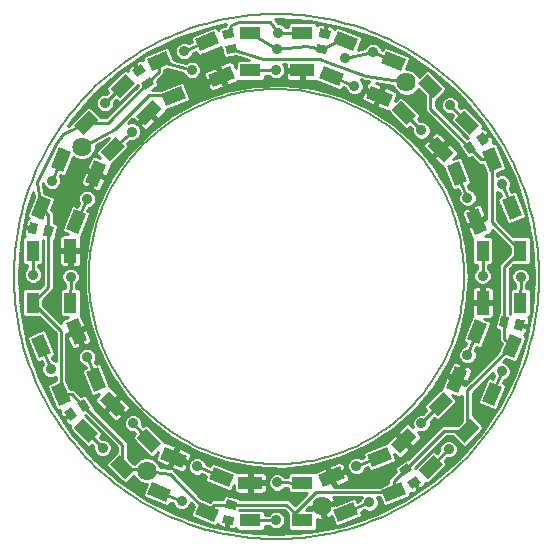
<source format=gtl>
G75*
%MOIN*%
%OFA0B0*%
%FSLAX24Y24*%
%IPPOS*%
%LPD*%
%AMOC8*
5,1,8,0,0,1.08239X$1,22.5*
%
%ADD10C,0.0050*%
%ADD11R,0.0787X0.0433*%
%ADD12R,0.0709X0.0433*%
%ADD13R,0.0433X0.0787*%
%ADD14R,0.0433X0.0709*%
%ADD15R,0.0276X0.0354*%
%ADD16C,0.0640*%
%ADD17C,0.0100*%
%ADD18C,0.0350*%
D10*
X002650Y008965D02*
X002652Y009123D01*
X002658Y009280D01*
X002668Y009438D01*
X002682Y009595D01*
X002700Y009751D01*
X002721Y009908D01*
X002747Y010063D01*
X002777Y010218D01*
X002810Y010372D01*
X002848Y010525D01*
X002889Y010678D01*
X002934Y010829D01*
X002983Y010979D01*
X003036Y011127D01*
X003092Y011275D01*
X003153Y011420D01*
X003216Y011565D01*
X003284Y011707D01*
X003355Y011848D01*
X003429Y011987D01*
X003507Y012124D01*
X003589Y012259D01*
X003673Y012392D01*
X003762Y012523D01*
X003853Y012651D01*
X003948Y012778D01*
X004045Y012901D01*
X004146Y013023D01*
X004250Y013141D01*
X004357Y013257D01*
X004467Y013370D01*
X004579Y013481D01*
X004695Y013588D01*
X004813Y013693D01*
X004933Y013795D01*
X005056Y013893D01*
X005182Y013989D01*
X005310Y014081D01*
X005440Y014170D01*
X005572Y014256D01*
X005707Y014338D01*
X005844Y014417D01*
X005982Y014492D01*
X006122Y014564D01*
X006265Y014632D01*
X006408Y014697D01*
X006554Y014758D01*
X006701Y014815D01*
X006849Y014869D01*
X006999Y014919D01*
X007149Y014965D01*
X007301Y015007D01*
X007454Y015046D01*
X007608Y015080D01*
X007763Y015111D01*
X007918Y015137D01*
X008074Y015160D01*
X008231Y015179D01*
X008388Y015194D01*
X008545Y015205D01*
X008703Y015212D01*
X008861Y015215D01*
X009018Y015214D01*
X009176Y015209D01*
X009333Y015200D01*
X009491Y015187D01*
X009647Y015170D01*
X009804Y015149D01*
X009959Y015125D01*
X010114Y015096D01*
X010269Y015063D01*
X010422Y015027D01*
X010575Y014986D01*
X010726Y014942D01*
X010876Y014894D01*
X011025Y014843D01*
X011173Y014787D01*
X011319Y014728D01*
X011464Y014665D01*
X011607Y014598D01*
X011748Y014528D01*
X011887Y014455D01*
X012025Y014378D01*
X012161Y014297D01*
X012294Y014213D01*
X012425Y014126D01*
X012554Y014035D01*
X012681Y013941D01*
X012806Y013844D01*
X012927Y013744D01*
X013047Y013641D01*
X013163Y013535D01*
X013277Y013426D01*
X013389Y013314D01*
X013497Y013200D01*
X013602Y013082D01*
X013705Y012962D01*
X013804Y012840D01*
X013900Y012715D01*
X013993Y012587D01*
X014083Y012458D01*
X014169Y012326D01*
X014253Y012192D01*
X014332Y012056D01*
X014409Y011918D01*
X014481Y011778D01*
X014550Y011636D01*
X014616Y011493D01*
X014678Y011348D01*
X014736Y011201D01*
X014791Y011053D01*
X014842Y010904D01*
X014889Y010753D01*
X014932Y010602D01*
X014971Y010449D01*
X015007Y010295D01*
X015038Y010141D01*
X015066Y009986D01*
X015090Y009830D01*
X015110Y009673D01*
X015126Y009516D01*
X015138Y009359D01*
X015146Y009202D01*
X015150Y009044D01*
X015150Y008886D01*
X015146Y008728D01*
X015138Y008571D01*
X015126Y008414D01*
X015110Y008257D01*
X015090Y008100D01*
X015066Y007944D01*
X015038Y007789D01*
X015007Y007635D01*
X014971Y007481D01*
X014932Y007328D01*
X014889Y007177D01*
X014842Y007026D01*
X014791Y006877D01*
X014736Y006729D01*
X014678Y006582D01*
X014616Y006437D01*
X014550Y006294D01*
X014481Y006152D01*
X014409Y006012D01*
X014332Y005874D01*
X014253Y005738D01*
X014169Y005604D01*
X014083Y005472D01*
X013993Y005343D01*
X013900Y005215D01*
X013804Y005090D01*
X013705Y004968D01*
X013602Y004848D01*
X013497Y004730D01*
X013389Y004616D01*
X013277Y004504D01*
X013163Y004395D01*
X013047Y004289D01*
X012927Y004186D01*
X012806Y004086D01*
X012681Y003989D01*
X012554Y003895D01*
X012425Y003804D01*
X012294Y003717D01*
X012161Y003633D01*
X012025Y003552D01*
X011887Y003475D01*
X011748Y003402D01*
X011607Y003332D01*
X011464Y003265D01*
X011319Y003202D01*
X011173Y003143D01*
X011025Y003087D01*
X010876Y003036D01*
X010726Y002988D01*
X010575Y002944D01*
X010422Y002903D01*
X010269Y002867D01*
X010114Y002834D01*
X009959Y002805D01*
X009804Y002781D01*
X009647Y002760D01*
X009491Y002743D01*
X009333Y002730D01*
X009176Y002721D01*
X009018Y002716D01*
X008861Y002715D01*
X008703Y002718D01*
X008545Y002725D01*
X008388Y002736D01*
X008231Y002751D01*
X008074Y002770D01*
X007918Y002793D01*
X007763Y002819D01*
X007608Y002850D01*
X007454Y002884D01*
X007301Y002923D01*
X007149Y002965D01*
X006999Y003011D01*
X006849Y003061D01*
X006701Y003115D01*
X006554Y003172D01*
X006408Y003233D01*
X006265Y003298D01*
X006122Y003366D01*
X005982Y003438D01*
X005844Y003513D01*
X005707Y003592D01*
X005572Y003674D01*
X005440Y003760D01*
X005310Y003849D01*
X005182Y003941D01*
X005056Y004037D01*
X004933Y004135D01*
X004813Y004237D01*
X004695Y004342D01*
X004579Y004449D01*
X004467Y004560D01*
X004357Y004673D01*
X004250Y004789D01*
X004146Y004907D01*
X004045Y005029D01*
X003948Y005152D01*
X003853Y005279D01*
X003762Y005407D01*
X003673Y005538D01*
X003589Y005671D01*
X003507Y005806D01*
X003429Y005943D01*
X003355Y006082D01*
X003284Y006223D01*
X003216Y006365D01*
X003153Y006510D01*
X003092Y006655D01*
X003036Y006803D01*
X002983Y006951D01*
X002934Y007101D01*
X002889Y007252D01*
X002848Y007405D01*
X002810Y007558D01*
X002777Y007712D01*
X002747Y007867D01*
X002721Y008022D01*
X002700Y008179D01*
X002682Y008335D01*
X002668Y008492D01*
X002658Y008650D01*
X002652Y008807D01*
X002650Y008965D01*
X000150Y008965D02*
X000153Y009180D01*
X000161Y009394D01*
X000174Y009609D01*
X000192Y009823D01*
X000216Y010036D01*
X000245Y010249D01*
X000279Y010461D01*
X000318Y010672D01*
X000363Y010882D01*
X000412Y011091D01*
X000467Y011299D01*
X000527Y011505D01*
X000592Y011710D01*
X000661Y011913D01*
X000736Y012114D01*
X000816Y012313D01*
X000901Y012511D01*
X000990Y012706D01*
X001084Y012899D01*
X001183Y013090D01*
X001287Y013278D01*
X001395Y013463D01*
X001508Y013646D01*
X001625Y013826D01*
X001746Y014003D01*
X001872Y014177D01*
X002002Y014348D01*
X002136Y014516D01*
X002274Y014680D01*
X002417Y014841D01*
X002563Y014998D01*
X002713Y015152D01*
X002867Y015302D01*
X003024Y015448D01*
X003185Y015591D01*
X003349Y015729D01*
X003517Y015863D01*
X003688Y015993D01*
X003862Y016119D01*
X004039Y016240D01*
X004219Y016357D01*
X004402Y016470D01*
X004587Y016578D01*
X004775Y016682D01*
X004966Y016781D01*
X005159Y016875D01*
X005354Y016964D01*
X005552Y017049D01*
X005751Y017129D01*
X005952Y017204D01*
X006155Y017273D01*
X006360Y017338D01*
X006566Y017398D01*
X006774Y017453D01*
X006983Y017502D01*
X007193Y017547D01*
X007404Y017586D01*
X007616Y017620D01*
X007829Y017649D01*
X008042Y017673D01*
X008256Y017691D01*
X008471Y017704D01*
X008685Y017712D01*
X008900Y017715D01*
X009115Y017712D01*
X009329Y017704D01*
X009544Y017691D01*
X009758Y017673D01*
X009971Y017649D01*
X010184Y017620D01*
X010396Y017586D01*
X010607Y017547D01*
X010817Y017502D01*
X011026Y017453D01*
X011234Y017398D01*
X011440Y017338D01*
X011645Y017273D01*
X011848Y017204D01*
X012049Y017129D01*
X012248Y017049D01*
X012446Y016964D01*
X012641Y016875D01*
X012834Y016781D01*
X013025Y016682D01*
X013213Y016578D01*
X013398Y016470D01*
X013581Y016357D01*
X013761Y016240D01*
X013938Y016119D01*
X014112Y015993D01*
X014283Y015863D01*
X014451Y015729D01*
X014615Y015591D01*
X014776Y015448D01*
X014933Y015302D01*
X015087Y015152D01*
X015237Y014998D01*
X015383Y014841D01*
X015526Y014680D01*
X015664Y014516D01*
X015798Y014348D01*
X015928Y014177D01*
X016054Y014003D01*
X016175Y013826D01*
X016292Y013646D01*
X016405Y013463D01*
X016513Y013278D01*
X016617Y013090D01*
X016716Y012899D01*
X016810Y012706D01*
X016899Y012511D01*
X016984Y012313D01*
X017064Y012114D01*
X017139Y011913D01*
X017208Y011710D01*
X017273Y011505D01*
X017333Y011299D01*
X017388Y011091D01*
X017437Y010882D01*
X017482Y010672D01*
X017521Y010461D01*
X017555Y010249D01*
X017584Y010036D01*
X017608Y009823D01*
X017626Y009609D01*
X017639Y009394D01*
X017647Y009180D01*
X017650Y008965D01*
X017647Y008750D01*
X017639Y008536D01*
X017626Y008321D01*
X017608Y008107D01*
X017584Y007894D01*
X017555Y007681D01*
X017521Y007469D01*
X017482Y007258D01*
X017437Y007048D01*
X017388Y006839D01*
X017333Y006631D01*
X017273Y006425D01*
X017208Y006220D01*
X017139Y006017D01*
X017064Y005816D01*
X016984Y005617D01*
X016899Y005419D01*
X016810Y005224D01*
X016716Y005031D01*
X016617Y004840D01*
X016513Y004652D01*
X016405Y004467D01*
X016292Y004284D01*
X016175Y004104D01*
X016054Y003927D01*
X015928Y003753D01*
X015798Y003582D01*
X015664Y003414D01*
X015526Y003250D01*
X015383Y003089D01*
X015237Y002932D01*
X015087Y002778D01*
X014933Y002628D01*
X014776Y002482D01*
X014615Y002339D01*
X014451Y002201D01*
X014283Y002067D01*
X014112Y001937D01*
X013938Y001811D01*
X013761Y001690D01*
X013581Y001573D01*
X013398Y001460D01*
X013213Y001352D01*
X013025Y001248D01*
X012834Y001149D01*
X012641Y001055D01*
X012446Y000966D01*
X012248Y000881D01*
X012049Y000801D01*
X011848Y000726D01*
X011645Y000657D01*
X011440Y000592D01*
X011234Y000532D01*
X011026Y000477D01*
X010817Y000428D01*
X010607Y000383D01*
X010396Y000344D01*
X010184Y000310D01*
X009971Y000281D01*
X009758Y000257D01*
X009544Y000239D01*
X009329Y000226D01*
X009115Y000218D01*
X008900Y000215D01*
X008685Y000218D01*
X008471Y000226D01*
X008256Y000239D01*
X008042Y000257D01*
X007829Y000281D01*
X007616Y000310D01*
X007404Y000344D01*
X007193Y000383D01*
X006983Y000428D01*
X006774Y000477D01*
X006566Y000532D01*
X006360Y000592D01*
X006155Y000657D01*
X005952Y000726D01*
X005751Y000801D01*
X005552Y000881D01*
X005354Y000966D01*
X005159Y001055D01*
X004966Y001149D01*
X004775Y001248D01*
X004587Y001352D01*
X004402Y001460D01*
X004219Y001573D01*
X004039Y001690D01*
X003862Y001811D01*
X003688Y001937D01*
X003517Y002067D01*
X003349Y002201D01*
X003185Y002339D01*
X003024Y002482D01*
X002867Y002628D01*
X002713Y002778D01*
X002563Y002932D01*
X002417Y003089D01*
X002274Y003250D01*
X002136Y003414D01*
X002002Y003582D01*
X001872Y003753D01*
X001746Y003927D01*
X001625Y004104D01*
X001508Y004284D01*
X001395Y004467D01*
X001287Y004652D01*
X001183Y004840D01*
X001084Y005031D01*
X000990Y005224D01*
X000901Y005419D01*
X000816Y005617D01*
X000736Y005816D01*
X000661Y006017D01*
X000592Y006220D01*
X000527Y006425D01*
X000467Y006631D01*
X000412Y006839D01*
X000363Y007048D01*
X000318Y007258D01*
X000279Y007469D01*
X000245Y007681D01*
X000216Y007894D01*
X000192Y008107D01*
X000174Y008321D01*
X000161Y008536D01*
X000153Y008750D01*
X000150Y008965D01*
D11*
G36*
X002172Y006691D02*
X001872Y007416D01*
X002270Y007581D01*
X002570Y006856D01*
X002172Y006691D01*
G37*
G36*
X003558Y004293D02*
X003003Y004848D01*
X003308Y005153D01*
X003863Y004598D01*
X003558Y004293D01*
G37*
G36*
X005751Y002600D02*
X005026Y002900D01*
X005191Y003298D01*
X005916Y002998D01*
X005751Y002600D01*
G37*
X008034Y002095D03*
G36*
X011174Y002237D02*
X010449Y001937D01*
X010284Y002335D01*
X011009Y002635D01*
X011174Y002237D01*
G37*
G36*
X013572Y003623D02*
X013017Y003068D01*
X012712Y003373D01*
X013267Y003928D01*
X013572Y003623D01*
G37*
G36*
X015266Y005816D02*
X014966Y005091D01*
X014568Y005256D01*
X014868Y005981D01*
X015266Y005816D01*
G37*
G36*
X015628Y011239D02*
X015928Y010514D01*
X015530Y010349D01*
X015230Y011074D01*
X015628Y011239D01*
G37*
G36*
X014242Y013637D02*
X014797Y013082D01*
X014492Y012777D01*
X013937Y013332D01*
X014242Y013637D01*
G37*
G36*
X012049Y015331D02*
X012774Y015031D01*
X012609Y014633D01*
X011884Y014933D01*
X012049Y015331D01*
G37*
X009766Y015835D03*
G36*
X006626Y015694D02*
X007351Y015994D01*
X007516Y015596D01*
X006791Y015296D01*
X006626Y015694D01*
G37*
G36*
X004228Y014307D02*
X004783Y014862D01*
X005088Y014557D01*
X004533Y014002D01*
X004228Y014307D01*
G37*
G36*
X002534Y012114D02*
X002834Y012839D01*
X003232Y012674D01*
X002932Y011949D01*
X002534Y012114D01*
G37*
D12*
G36*
X001384Y012632D02*
X001655Y013285D01*
X002054Y013120D01*
X001783Y012467D01*
X001384Y012632D01*
G37*
G36*
X000722Y011032D02*
X000993Y011685D01*
X001392Y011520D01*
X001121Y010867D01*
X000722Y011032D01*
G37*
G36*
X001886Y010550D02*
X002157Y011203D01*
X002556Y011038D01*
X002285Y010385D01*
X001886Y010550D01*
G37*
G36*
X003030Y013110D02*
X003530Y013610D01*
X003836Y013304D01*
X003336Y012804D01*
X003030Y013110D01*
G37*
G36*
X002139Y014001D02*
X002639Y014501D01*
X002945Y014195D01*
X002445Y013695D01*
X002139Y014001D01*
G37*
G36*
X003364Y015226D02*
X003864Y015726D01*
X004170Y015420D01*
X003670Y014920D01*
X003364Y015226D01*
G37*
G36*
X004580Y016210D02*
X005233Y016481D01*
X005398Y016082D01*
X004745Y015811D01*
X004580Y016210D01*
G37*
G36*
X005062Y015046D02*
X005715Y015317D01*
X005880Y014918D01*
X005227Y014647D01*
X005062Y015046D01*
G37*
G36*
X006180Y016873D02*
X006833Y017144D01*
X006998Y016745D01*
X006345Y016474D01*
X006180Y016873D01*
G37*
X008034Y017095D03*
X008034Y015835D03*
X009766Y017095D03*
G36*
X010967Y017144D02*
X011620Y016873D01*
X011455Y016474D01*
X010802Y016745D01*
X010967Y017144D01*
G37*
G36*
X010485Y015980D02*
X011138Y015709D01*
X010973Y015310D01*
X010320Y015581D01*
X010485Y015980D01*
G37*
G36*
X012567Y016481D02*
X013220Y016210D01*
X013055Y015811D01*
X012402Y016082D01*
X012567Y016481D01*
G37*
G36*
X013936Y015726D02*
X014436Y015226D01*
X014130Y014920D01*
X013630Y015420D01*
X013936Y015726D01*
G37*
G36*
X013045Y014835D02*
X013545Y014335D01*
X013239Y014029D01*
X012739Y014529D01*
X013045Y014835D01*
G37*
G36*
X015161Y014501D02*
X015661Y014001D01*
X015355Y013695D01*
X014855Y014195D01*
X015161Y014501D01*
G37*
G36*
X016145Y013285D02*
X016416Y012632D01*
X016017Y012467D01*
X015746Y013120D01*
X016145Y013285D01*
G37*
G36*
X014981Y012803D02*
X015252Y012150D01*
X014853Y011985D01*
X014582Y012638D01*
X014981Y012803D01*
G37*
G36*
X016807Y011685D02*
X017078Y011032D01*
X016679Y010867D01*
X016408Y011520D01*
X016807Y011685D01*
G37*
G36*
X015914Y007380D02*
X015643Y006727D01*
X015244Y006892D01*
X015515Y007545D01*
X015914Y007380D01*
G37*
G36*
X017078Y006898D02*
X016807Y006245D01*
X016408Y006410D01*
X016679Y007063D01*
X017078Y006898D01*
G37*
G36*
X016416Y005298D02*
X016145Y004645D01*
X015746Y004810D01*
X016017Y005463D01*
X016416Y005298D01*
G37*
G36*
X015661Y003929D02*
X015161Y003429D01*
X014855Y003735D01*
X015355Y004235D01*
X015661Y003929D01*
G37*
G36*
X014770Y004820D02*
X014270Y004320D01*
X013964Y004626D01*
X014464Y005126D01*
X014770Y004820D01*
G37*
G36*
X014436Y002704D02*
X013936Y002204D01*
X013630Y002510D01*
X014130Y003010D01*
X014436Y002704D01*
G37*
G36*
X013220Y001721D02*
X012567Y001450D01*
X012402Y001849D01*
X013055Y002120D01*
X013220Y001721D01*
G37*
G36*
X012738Y002885D02*
X012085Y002614D01*
X011920Y003013D01*
X012573Y003284D01*
X012738Y002885D01*
G37*
G36*
X011620Y001058D02*
X010967Y000787D01*
X010802Y001186D01*
X011455Y001457D01*
X011620Y001058D01*
G37*
X009766Y000835D03*
X009766Y002095D03*
X008034Y000835D03*
G36*
X006833Y000787D02*
X006180Y001058D01*
X006345Y001457D01*
X006998Y001186D01*
X006833Y000787D01*
G37*
G36*
X007315Y001951D02*
X006662Y002222D01*
X006827Y002621D01*
X007480Y002350D01*
X007315Y001951D01*
G37*
G36*
X005233Y001450D02*
X004580Y001721D01*
X004745Y002120D01*
X005398Y001849D01*
X005233Y001450D01*
G37*
G36*
X003864Y002204D02*
X003364Y002704D01*
X003670Y003010D01*
X004170Y002510D01*
X003864Y002204D01*
G37*
G36*
X004755Y003095D02*
X004255Y003595D01*
X004561Y003901D01*
X005061Y003401D01*
X004755Y003095D01*
G37*
G36*
X002639Y003429D02*
X002139Y003929D01*
X002445Y004235D01*
X002945Y003735D01*
X002639Y003429D01*
G37*
G36*
X001655Y004645D02*
X001384Y005298D01*
X001783Y005463D01*
X002054Y004810D01*
X001655Y004645D01*
G37*
G36*
X002819Y005127D02*
X002548Y005780D01*
X002947Y005945D01*
X003218Y005292D01*
X002819Y005127D01*
G37*
G36*
X000993Y006245D02*
X000722Y006898D01*
X001121Y007063D01*
X001392Y006410D01*
X000993Y006245D01*
G37*
D13*
X002030Y009831D03*
X015770Y008099D03*
D14*
X017030Y008099D03*
X017030Y009831D03*
X015770Y009831D03*
X002030Y008099D03*
X000770Y008099D03*
X000770Y009831D03*
D15*
G36*
X001201Y010675D02*
X001470Y010621D01*
X001401Y010275D01*
X001132Y010329D01*
X001201Y010675D01*
G37*
G36*
X000699Y010775D02*
X000968Y010721D01*
X000899Y010375D01*
X000630Y010429D01*
X000699Y010775D01*
G37*
G36*
X004672Y015615D02*
X004825Y015386D01*
X004532Y015189D01*
X004379Y015418D01*
X004672Y015615D01*
G37*
G36*
X004388Y016041D02*
X004541Y015812D01*
X004248Y015615D01*
X004095Y015844D01*
X004388Y016041D01*
G37*
G36*
X007144Y016896D02*
X007090Y017166D01*
X007436Y017236D01*
X007490Y016966D01*
X007144Y016896D01*
G37*
G36*
X007244Y016394D02*
X007190Y016664D01*
X007536Y016734D01*
X007590Y016464D01*
X007244Y016394D01*
G37*
G36*
X010610Y016664D02*
X010556Y016395D01*
X010210Y016464D01*
X010264Y016733D01*
X010610Y016664D01*
G37*
G36*
X010710Y017166D02*
X010656Y016897D01*
X010310Y016966D01*
X010364Y017235D01*
X010710Y017166D01*
G37*
G36*
X015550Y013193D02*
X015321Y013040D01*
X015124Y013333D01*
X015353Y013486D01*
X015550Y013193D01*
G37*
G36*
X015976Y013477D02*
X015747Y013324D01*
X015550Y013617D01*
X015779Y013770D01*
X015976Y013477D01*
G37*
G36*
X016599Y007255D02*
X016330Y007309D01*
X016399Y007655D01*
X016668Y007601D01*
X016599Y007255D01*
G37*
G36*
X017101Y007155D02*
X016832Y007209D01*
X016901Y007555D01*
X017170Y007501D01*
X017101Y007155D01*
G37*
G36*
X013128Y002315D02*
X012975Y002544D01*
X013268Y002741D01*
X013421Y002512D01*
X013128Y002315D01*
G37*
G36*
X013412Y001889D02*
X013259Y002118D01*
X013552Y002315D01*
X013705Y002086D01*
X013412Y001889D01*
G37*
G36*
X007190Y001266D02*
X007244Y001535D01*
X007590Y001466D01*
X007536Y001197D01*
X007190Y001266D01*
G37*
G36*
X007090Y000764D02*
X007144Y001033D01*
X007490Y000964D01*
X007436Y000695D01*
X007090Y000764D01*
G37*
G36*
X002250Y004737D02*
X002479Y004890D01*
X002676Y004597D01*
X002447Y004444D01*
X002250Y004737D01*
G37*
G36*
X001824Y004453D02*
X002053Y004606D01*
X002250Y004313D01*
X002021Y004160D01*
X001824Y004453D01*
G37*
D16*
X004570Y002495D03*
X010420Y001325D03*
X002420Y013295D03*
X013230Y015435D03*
D17*
X002081Y003733D02*
X002822Y002888D01*
X003668Y002146D01*
X004602Y001522D01*
X005611Y001024D01*
X006675Y000663D01*
X007778Y000444D01*
X008900Y000370D01*
X010022Y000444D01*
X011125Y000663D01*
X012189Y001024D01*
X013198Y001522D01*
X014132Y002146D01*
X014978Y002888D01*
X015719Y003733D01*
X016343Y004668D01*
X016841Y005676D01*
X017202Y006741D01*
X017421Y007843D01*
X017421Y007843D01*
X017495Y008965D01*
X017421Y010087D01*
X017202Y011190D01*
X016841Y012254D01*
X016343Y013263D01*
X015719Y014197D01*
X014978Y015043D01*
X014132Y015784D01*
X013198Y016409D01*
X012189Y016906D01*
X011125Y017267D01*
X010022Y017487D01*
X008900Y017560D01*
X008862Y017558D01*
X008880Y017540D01*
X008880Y017523D01*
X008967Y017402D01*
X009026Y017402D01*
X009138Y017356D01*
X009217Y017276D01*
X009282Y017276D01*
X009282Y017365D01*
X009358Y017442D01*
X010174Y017442D01*
X010250Y017365D01*
X010250Y017335D01*
X010263Y017349D01*
X010296Y017371D01*
X010333Y017384D01*
X010372Y017387D01*
X010547Y017352D01*
X010495Y017088D01*
X010532Y017081D01*
X010584Y017345D01*
X010759Y017310D01*
X010794Y017293D01*
X010824Y017267D01*
X010846Y017234D01*
X010854Y017212D01*
X010867Y017244D01*
X010966Y017285D01*
X011721Y016972D01*
X011762Y016873D01*
X011621Y016533D01*
X011840Y016580D01*
X011860Y016628D01*
X011946Y016714D01*
X012058Y016760D01*
X012179Y016760D01*
X012291Y016714D01*
X012377Y016628D01*
X012423Y016516D01*
X012438Y016510D01*
X012467Y016581D01*
X012567Y016622D01*
X013321Y016310D01*
X013362Y016210D01*
X013228Y015885D01*
X013320Y015885D01*
X013485Y015817D01*
X013611Y015690D01*
X013642Y015617D01*
X013882Y015857D01*
X013989Y015857D01*
X014567Y015279D01*
X014567Y015172D01*
X014213Y014818D01*
X014213Y014642D01*
X015268Y013586D01*
X015275Y013591D01*
X014724Y014142D01*
X014724Y014249D01*
X014791Y014316D01*
X014737Y014371D01*
X014629Y014371D01*
X014517Y014417D01*
X014431Y014503D01*
X014384Y014615D01*
X014384Y014736D01*
X014431Y014849D01*
X014517Y014934D01*
X014629Y014981D01*
X014750Y014981D01*
X014862Y014934D01*
X014948Y014849D01*
X014994Y014736D01*
X014994Y014622D01*
X015045Y014571D01*
X015107Y014632D01*
X015214Y014632D01*
X015792Y014054D01*
X015792Y013947D01*
X015766Y013921D01*
X015788Y013922D01*
X015827Y013915D01*
X015863Y013897D01*
X015892Y013871D01*
X015991Y013723D01*
X015768Y013574D01*
X015789Y013542D01*
X016012Y013692D01*
X016111Y013544D01*
X016124Y013507D01*
X016127Y013467D01*
X016119Y013428D01*
X016112Y013414D01*
X016113Y013414D01*
X016112Y013414D02*
X016145Y013427D01*
X016244Y013386D01*
X016557Y012632D01*
X016516Y012532D01*
X016261Y012427D01*
X016261Y012334D01*
X016349Y012371D01*
X016471Y012371D01*
X016583Y012324D01*
X016668Y012238D01*
X016715Y012126D01*
X016715Y012005D01*
X016673Y011904D01*
X016721Y011791D01*
X016808Y011827D01*
X016907Y011786D01*
X017220Y011031D01*
X017179Y010932D01*
X016679Y010725D01*
X016579Y010766D01*
X016267Y011520D01*
X016308Y011620D01*
X016389Y011653D01*
X016342Y011763D01*
X016261Y011797D01*
X016261Y010855D01*
X016800Y010316D01*
X017300Y010316D01*
X017376Y010239D01*
X017376Y009423D01*
X017300Y009347D01*
X016800Y009347D01*
X016679Y009226D01*
X016679Y007732D01*
X016683Y007731D01*
X016683Y008507D01*
X016760Y008583D01*
X016855Y008583D01*
X016857Y008707D01*
X016781Y008783D01*
X016735Y008895D01*
X016735Y009016D01*
X016781Y009128D01*
X016867Y009214D01*
X016979Y009260D01*
X017100Y009260D01*
X017213Y009214D01*
X017298Y009128D01*
X017345Y009016D01*
X017345Y008895D01*
X017298Y008783D01*
X017217Y008701D01*
X017215Y008583D01*
X017300Y008583D01*
X017376Y008507D01*
X017376Y007691D01*
X017300Y007615D01*
X017270Y007615D01*
X017284Y007602D01*
X017306Y007569D01*
X017319Y007532D01*
X017322Y007493D01*
X017287Y007318D01*
X017023Y007370D01*
X017016Y007333D01*
X017280Y007281D01*
X017245Y007106D01*
X017228Y007071D01*
X017202Y007041D01*
X017169Y007019D01*
X017146Y007012D01*
X017179Y006998D01*
X017220Y006899D01*
X016907Y006145D01*
X016808Y006103D01*
X016553Y006209D01*
X016454Y006111D01*
X016471Y006111D01*
X016583Y006064D01*
X016668Y005978D01*
X016715Y005866D01*
X016715Y005745D01*
X016668Y005633D01*
X016819Y005633D01*
X016859Y005731D02*
X016709Y005731D01*
X016715Y005830D02*
X016893Y005830D01*
X016926Y005928D02*
X016689Y005928D01*
X016620Y006027D02*
X016960Y006027D01*
X016993Y006125D02*
X016861Y006125D01*
X016755Y006125D02*
X016469Y006125D01*
X016255Y006421D02*
X015572Y006421D01*
X015573Y006418D02*
X015529Y006524D01*
X015566Y006618D01*
X015644Y006585D01*
X015743Y006627D01*
X016056Y007381D01*
X016015Y007480D01*
X015834Y007555D01*
X016006Y007555D01*
X016045Y007565D01*
X016079Y007585D01*
X016107Y007613D01*
X016126Y007647D01*
X016137Y007686D01*
X016137Y008049D01*
X015820Y008049D01*
X015820Y008149D01*
X015720Y008149D01*
X015720Y008049D01*
X015404Y008049D01*
X015404Y007686D01*
X015414Y007647D01*
X015415Y007645D01*
X015103Y006892D01*
X015144Y006792D01*
X015234Y006755D01*
X015194Y006656D01*
X015095Y006615D01*
X015010Y006530D01*
X014963Y006418D01*
X014963Y006296D01*
X015010Y006184D01*
X015095Y006098D01*
X015207Y006052D01*
X015329Y006052D01*
X015441Y006098D01*
X015527Y006184D01*
X015573Y006296D01*
X015573Y006418D01*
X015573Y006322D02*
X016157Y006322D01*
X016058Y006224D02*
X015543Y006224D01*
X015468Y006125D02*
X015960Y006125D01*
X015861Y006027D02*
X015066Y006027D01*
X015078Y006057D02*
X014906Y006129D01*
X014867Y006134D01*
X014828Y006129D01*
X014792Y006114D01*
X014760Y006090D01*
X014736Y006058D01*
X014597Y005722D01*
X014890Y005601D01*
X015078Y006057D01*
X015068Y006125D02*
X014915Y006125D01*
X014819Y006125D02*
X014641Y006125D01*
X014640Y006123D02*
X015007Y007033D01*
X015230Y007987D01*
X015230Y007987D01*
X015305Y008965D01*
X015230Y009943D01*
X015007Y010898D01*
X014640Y011807D01*
X014139Y012650D01*
X013515Y013407D01*
X012783Y014059D01*
X012783Y014059D01*
X011960Y014592D01*
X011960Y014592D01*
X011065Y014993D01*
X010119Y015253D01*
X009145Y015365D01*
X008165Y015328D01*
X007203Y015141D01*
X006280Y014810D01*
X005418Y014341D01*
X004639Y013747D01*
X003959Y013040D01*
X003959Y013040D01*
X003394Y012238D01*
X002959Y011359D01*
X002663Y010425D01*
X002663Y010425D01*
X002514Y009455D01*
X002514Y008475D01*
X002663Y007506D01*
X002663Y007506D01*
X002959Y006571D01*
X002959Y006571D01*
X003394Y005692D01*
X003959Y004890D01*
X004639Y004183D01*
X005418Y003589D01*
X005418Y003589D01*
X006280Y003121D01*
X007203Y002789D01*
X008165Y002602D01*
X008165Y002602D01*
X009145Y002565D01*
X009145Y002565D01*
X010119Y002677D01*
X010119Y002677D01*
X011065Y002937D01*
X011960Y003338D01*
X012783Y003871D01*
X013515Y004524D01*
X014139Y005280D01*
X014640Y006123D01*
X014640Y006123D01*
X014680Y006224D02*
X014993Y006224D01*
X014963Y006322D02*
X014720Y006322D01*
X014760Y006421D02*
X014964Y006421D01*
X015005Y006519D02*
X014800Y006519D01*
X014839Y006618D02*
X015101Y006618D01*
X015218Y006716D02*
X014879Y006716D01*
X014919Y006815D02*
X015135Y006815D01*
X015112Y006913D02*
X014958Y006913D01*
X014998Y007012D02*
X015153Y007012D01*
X015194Y007110D02*
X015025Y007110D01*
X015007Y007033D02*
X015007Y007033D01*
X015048Y007209D02*
X015234Y007209D01*
X015275Y007307D02*
X015071Y007307D01*
X015094Y007406D02*
X015316Y007406D01*
X015357Y007504D02*
X015117Y007504D01*
X015140Y007603D02*
X015398Y007603D01*
X015404Y007701D02*
X015163Y007701D01*
X015186Y007800D02*
X015404Y007800D01*
X015404Y007898D02*
X015209Y007898D01*
X015231Y007997D02*
X015404Y007997D01*
X015404Y008149D02*
X015404Y008512D01*
X015414Y008551D01*
X015434Y008585D01*
X015461Y008613D01*
X015496Y008632D01*
X015534Y008643D01*
X015720Y008643D01*
X015720Y008149D01*
X015404Y008149D01*
X015404Y008194D02*
X015246Y008194D01*
X015253Y008292D02*
X015404Y008292D01*
X015404Y008391D02*
X015261Y008391D01*
X015268Y008489D02*
X015404Y008489D01*
X015436Y008588D02*
X015276Y008588D01*
X015284Y008686D02*
X016319Y008686D01*
X016319Y008588D02*
X016104Y008588D01*
X016107Y008585D02*
X016079Y008613D01*
X016045Y008632D01*
X016006Y008643D01*
X015820Y008643D01*
X015820Y008149D01*
X016137Y008149D01*
X016137Y008512D01*
X016126Y008551D01*
X016107Y008585D01*
X016137Y008489D02*
X016319Y008489D01*
X016319Y008391D02*
X016137Y008391D01*
X016137Y008292D02*
X016319Y008292D01*
X016319Y008194D02*
X016137Y008194D01*
X016137Y007997D02*
X016319Y007997D01*
X016319Y008095D02*
X015820Y008095D01*
X015820Y008194D02*
X015720Y008194D01*
X015720Y008292D02*
X015820Y008292D01*
X015820Y008391D02*
X015720Y008391D01*
X015720Y008489D02*
X015820Y008489D01*
X015820Y008588D02*
X015720Y008588D01*
X015709Y008690D02*
X015831Y008690D01*
X015943Y008736D01*
X016029Y008822D01*
X016075Y008934D01*
X016075Y009055D01*
X016029Y009167D01*
X015950Y009246D01*
X015950Y009347D01*
X016040Y009347D01*
X016117Y009423D01*
X016117Y010239D01*
X016040Y010316D01*
X015846Y010316D01*
X016006Y010382D01*
X016037Y010406D01*
X016061Y010437D01*
X016076Y010474D01*
X016081Y010513D01*
X016080Y010527D01*
X016683Y009923D01*
X016683Y009739D01*
X016424Y009480D01*
X016319Y009375D01*
X016319Y007759D01*
X016281Y007733D01*
X016191Y007280D01*
X016251Y007191D01*
X016319Y007177D01*
X016319Y006824D01*
X016404Y006739D01*
X016283Y006449D01*
X015199Y005365D01*
X014944Y005471D01*
X014982Y005563D01*
X015274Y005442D01*
X015413Y005778D01*
X015419Y005817D01*
X015413Y005856D01*
X015398Y005892D01*
X015374Y005924D01*
X015343Y005948D01*
X015171Y006019D01*
X014982Y005563D01*
X014890Y005601D01*
X014851Y005509D01*
X014559Y005630D01*
X014420Y005294D01*
X014415Y005257D01*
X014411Y005257D01*
X013833Y004679D01*
X013833Y004572D01*
X013901Y004504D01*
X013779Y004378D01*
X013672Y004378D01*
X013560Y004332D01*
X013474Y004246D01*
X013428Y004134D01*
X013428Y004013D01*
X013450Y003959D01*
X013359Y004050D01*
X013325Y004069D01*
X013287Y004080D01*
X013248Y004080D01*
X013209Y004069D01*
X013175Y004050D01*
X012918Y003793D01*
X013142Y003569D01*
X013071Y003498D01*
X012848Y003722D01*
X012591Y003465D01*
X012571Y003431D01*
X012569Y003423D01*
X011819Y003112D01*
X011778Y003013D01*
X011808Y002941D01*
X011739Y002915D01*
X011628Y002961D01*
X011507Y002961D01*
X011395Y002915D01*
X011309Y002829D01*
X011262Y002717D01*
X011262Y002595D01*
X011309Y002483D01*
X011395Y002397D01*
X011507Y002351D01*
X011628Y002351D01*
X011740Y002397D01*
X011826Y002483D01*
X011865Y002578D01*
X011946Y002609D01*
X011985Y002513D01*
X012085Y002472D01*
X012839Y002785D01*
X012880Y002884D01*
X012804Y003067D01*
X012925Y002947D01*
X012959Y002927D01*
X012997Y002917D01*
X013037Y002917D01*
X013075Y002927D01*
X013109Y002947D01*
X013366Y003204D01*
X013142Y003427D01*
X013213Y003498D01*
X013437Y003274D01*
X013694Y003531D01*
X013713Y003565D01*
X013724Y003604D01*
X013724Y003643D01*
X013713Y003681D01*
X013694Y003715D01*
X013619Y003791D01*
X013672Y003768D01*
X013793Y003768D01*
X013905Y003815D01*
X013991Y003901D01*
X014038Y004013D01*
X014038Y004128D01*
X014156Y004249D01*
X014216Y004189D01*
X014323Y004189D01*
X014901Y004767D01*
X014901Y004874D01*
X014765Y005010D01*
X014927Y004943D01*
X014966Y004938D01*
X015005Y004943D01*
X015042Y004958D01*
X015073Y004982D01*
X015078Y004989D01*
X015078Y004142D01*
X014948Y004012D01*
X014427Y004012D01*
X013285Y002870D01*
X013241Y002879D01*
X012857Y002622D01*
X012836Y002516D01*
X012874Y002459D01*
X012631Y002216D01*
X012631Y002085D01*
X012340Y001965D01*
X010808Y001965D01*
X010702Y002220D01*
X010794Y002259D01*
X010756Y002351D01*
X011212Y002540D01*
X011141Y002712D01*
X011117Y002743D01*
X011085Y002767D01*
X011049Y002782D01*
X011010Y002788D01*
X010970Y002782D01*
X010635Y002643D01*
X010756Y002351D01*
X010663Y002313D01*
X010542Y002605D01*
X010206Y002466D01*
X010175Y002442D01*
X010175Y002441D01*
X010174Y002442D01*
X009358Y002442D01*
X009282Y002365D01*
X009282Y002281D01*
X009184Y002282D01*
X009102Y002363D01*
X008990Y002410D01*
X008869Y002410D01*
X008757Y002363D01*
X008671Y002278D01*
X008625Y002166D01*
X008625Y002044D01*
X008671Y001932D01*
X008757Y001846D01*
X008869Y001800D01*
X008990Y001800D01*
X009102Y001846D01*
X009178Y001922D01*
X009282Y001921D01*
X009282Y001825D01*
X009358Y001749D01*
X009933Y001749D01*
X009520Y001336D01*
X009415Y001441D01*
X009310Y001546D01*
X007694Y001546D01*
X007668Y001584D01*
X007215Y001674D01*
X007126Y001614D01*
X007112Y001546D01*
X006759Y001546D01*
X006674Y001461D01*
X006401Y001575D01*
X005496Y002508D01*
X005459Y002557D01*
X005713Y002452D01*
X005752Y002447D01*
X005791Y002452D01*
X005827Y002467D01*
X005859Y002491D01*
X005883Y002522D01*
X005954Y002694D01*
X005498Y002883D01*
X005377Y002591D01*
X005428Y002570D01*
X005373Y002571D01*
X005006Y002619D01*
X004951Y002750D01*
X004825Y002877D01*
X004660Y002945D01*
X004480Y002945D01*
X004315Y002877D01*
X004189Y002750D01*
X004181Y002731D01*
X004125Y002739D01*
X003947Y002917D01*
X003947Y003438D01*
X002805Y004580D01*
X002814Y004624D01*
X002557Y005008D01*
X002451Y005029D01*
X002394Y004991D01*
X002256Y005128D01*
X002151Y005234D01*
X002020Y005234D01*
X001899Y005525D01*
X001899Y007058D01*
X002155Y007163D01*
X002193Y007071D01*
X001901Y006950D01*
X002040Y006614D01*
X002064Y006583D01*
X002095Y006559D01*
X002132Y006544D01*
X002171Y006538D01*
X002210Y006544D01*
X002382Y006615D01*
X002193Y007071D01*
X002286Y007109D01*
X002475Y006653D01*
X002647Y006724D01*
X002678Y006749D01*
X002702Y006780D01*
X002717Y006816D01*
X002723Y006856D01*
X002717Y006895D01*
X002578Y007230D01*
X002286Y007109D01*
X002248Y007202D01*
X002540Y007323D01*
X002401Y007659D01*
X002377Y007690D01*
X002376Y007691D01*
X002376Y008507D01*
X002300Y008583D01*
X002215Y008583D01*
X002217Y008701D01*
X002298Y008783D01*
X002345Y008895D01*
X002345Y009016D01*
X002298Y009128D01*
X002213Y009214D01*
X002100Y009260D01*
X001979Y009260D01*
X001867Y009214D01*
X001781Y009128D01*
X001735Y009016D01*
X001735Y008895D01*
X001781Y008783D01*
X001857Y008707D01*
X001855Y008583D01*
X001760Y008583D01*
X001683Y008507D01*
X001683Y007691D01*
X001760Y007615D01*
X001954Y007615D01*
X001794Y007548D01*
X001763Y007524D01*
X001739Y007493D01*
X001724Y007456D01*
X001719Y007417D01*
X001720Y007403D01*
X001117Y008007D01*
X001117Y008191D01*
X001376Y008450D01*
X001481Y008555D01*
X001481Y010171D01*
X001519Y010197D01*
X001609Y010650D01*
X001549Y010740D01*
X001481Y010753D01*
X001481Y011106D01*
X001396Y011191D01*
X001533Y011520D01*
X001492Y011620D01*
X001161Y011757D01*
X001109Y012073D01*
X001151Y011971D01*
X001237Y011886D01*
X001349Y011839D01*
X001471Y011839D01*
X001583Y011886D01*
X001668Y011971D01*
X001715Y012084D01*
X001715Y012205D01*
X001673Y012305D01*
X001697Y012361D01*
X001784Y012325D01*
X001883Y012367D01*
X002126Y012953D01*
X002165Y012914D01*
X002330Y012845D01*
X002510Y012845D01*
X002675Y012914D01*
X002801Y013040D01*
X002870Y013206D01*
X002870Y013336D01*
X003313Y013577D01*
X002899Y013164D01*
X002899Y013056D01*
X003035Y012920D01*
X002873Y012987D01*
X002834Y012992D01*
X002795Y012987D01*
X002758Y012972D01*
X002727Y012948D01*
X002703Y012917D01*
X002564Y012581D01*
X002856Y012460D01*
X002818Y012367D01*
X002910Y012329D01*
X002722Y011873D01*
X002894Y011802D01*
X002933Y011796D01*
X002972Y011802D01*
X003008Y011817D01*
X003040Y011841D01*
X003064Y011872D01*
X003203Y012208D01*
X002910Y012329D01*
X002949Y012421D01*
X003241Y012300D01*
X003380Y012636D01*
X003385Y012674D01*
X003389Y012674D01*
X003967Y013251D01*
X003967Y013359D01*
X003920Y013405D01*
X004020Y013495D01*
X004026Y013493D01*
X004148Y013493D01*
X004260Y013539D01*
X004346Y013625D01*
X004392Y013737D01*
X004392Y013858D01*
X004346Y013971D01*
X004260Y014056D01*
X004148Y014103D01*
X004026Y014103D01*
X003951Y014072D01*
X004102Y014222D01*
X004106Y014215D01*
X004238Y014083D01*
X004587Y014432D01*
X004658Y014361D01*
X004729Y014432D01*
X004952Y014208D01*
X005209Y014465D01*
X005229Y014500D01*
X005231Y014507D01*
X005981Y014818D01*
X006022Y014917D01*
X005815Y015417D01*
X005715Y015458D01*
X005042Y015179D01*
X004767Y015190D01*
X004943Y015308D01*
X004964Y015414D01*
X004926Y015471D01*
X005063Y015609D01*
X005063Y015609D01*
X005169Y015714D01*
X005169Y015845D01*
X005262Y015884D01*
X005791Y015738D01*
X005818Y015673D01*
X005904Y015587D01*
X006016Y015541D01*
X006137Y015541D01*
X006249Y015587D01*
X006335Y015673D01*
X006382Y015785D01*
X006382Y015906D01*
X006335Y016018D01*
X006249Y016104D01*
X006137Y016151D01*
X006016Y016151D01*
X005904Y016104D01*
X005885Y016085D01*
X005493Y016193D01*
X005333Y016581D01*
X005233Y016622D01*
X004479Y016310D01*
X004438Y016210D01*
X004452Y016177D01*
X004437Y016184D01*
X004398Y016192D01*
X004359Y016189D01*
X004321Y016176D01*
X004173Y016077D01*
X004323Y015854D01*
X004291Y015833D01*
X004142Y016056D01*
X003994Y015957D01*
X003968Y015928D01*
X003950Y015892D01*
X003943Y015853D01*
X003944Y015831D01*
X003918Y015857D01*
X003811Y015857D01*
X003233Y015279D01*
X003233Y015172D01*
X003296Y015109D01*
X003234Y015048D01*
X003121Y015048D01*
X003009Y015001D01*
X002923Y014915D01*
X002876Y014803D01*
X002876Y014682D01*
X002923Y014570D01*
X003009Y014484D01*
X003121Y014438D01*
X003242Y014438D01*
X003354Y014484D01*
X003440Y014570D01*
X003486Y014682D01*
X003486Y014792D01*
X003550Y014855D01*
X003616Y014789D01*
X003723Y014789D01*
X004274Y015340D01*
X004279Y015334D01*
X003223Y014278D01*
X003047Y014278D01*
X002693Y014632D01*
X002586Y014632D01*
X002008Y014054D01*
X002008Y014025D01*
X001944Y013992D01*
X002081Y014197D01*
X002822Y015043D01*
X003668Y015784D01*
X004602Y016409D01*
X005611Y016906D01*
X006675Y017267D01*
X007208Y017373D01*
X007205Y017367D01*
X007207Y017362D01*
X007191Y017319D01*
X007011Y017283D01*
X006953Y017196D01*
X006933Y017244D01*
X006834Y017285D01*
X006079Y016972D01*
X006038Y016873D01*
X006076Y016782D01*
X005977Y016740D01*
X005880Y016780D01*
X005759Y016780D01*
X005647Y016734D01*
X005561Y016648D01*
X005514Y016536D01*
X005514Y016414D01*
X005561Y016302D01*
X005647Y016216D01*
X005759Y016170D01*
X005880Y016170D01*
X005992Y016216D01*
X006078Y016302D01*
X006123Y016410D01*
X006214Y016450D01*
X006245Y016373D01*
X006345Y016332D01*
X007064Y016630D01*
X007126Y016316D01*
X007216Y016256D01*
X007548Y016323D01*
X007976Y016182D01*
X007626Y016182D01*
X007550Y016106D01*
X007550Y015911D01*
X007483Y016071D01*
X007459Y016102D01*
X007428Y016126D01*
X007391Y016141D01*
X007352Y016147D01*
X007313Y016141D01*
X006977Y016002D01*
X007098Y015710D01*
X007006Y015672D01*
X006885Y015964D01*
X006549Y015825D01*
X006518Y015801D01*
X006494Y015770D01*
X006479Y015733D01*
X006473Y015694D01*
X006479Y015655D01*
X006550Y015483D01*
X007006Y015672D01*
X007044Y015579D01*
X006588Y015390D01*
X006659Y015218D01*
X006683Y015187D01*
X005910Y015187D01*
X005951Y015089D02*
X007057Y015089D01*
X006925Y015187D02*
X007440Y015187D01*
X007400Y015384D02*
X010452Y015384D01*
X010359Y015187D02*
X010928Y015187D01*
X010973Y015168D02*
X011073Y015209D01*
X011105Y015288D01*
X011197Y015249D01*
X011241Y015142D01*
X011327Y015057D01*
X011439Y015010D01*
X011561Y015010D01*
X011673Y015057D01*
X011759Y015142D01*
X011805Y015254D01*
X011805Y015376D01*
X011759Y015488D01*
X011704Y015543D01*
X011786Y015514D01*
X011796Y015500D01*
X011855Y015490D01*
X011912Y015471D01*
X011926Y015478D01*
X011984Y015468D01*
X011973Y015463D01*
X011941Y015439D01*
X011917Y015408D01*
X011846Y015236D01*
X012302Y015047D01*
X012264Y014955D01*
X011808Y015144D01*
X011736Y014971D01*
X011731Y014932D01*
X011736Y014893D01*
X011752Y014857D01*
X011776Y014825D01*
X011807Y014801D01*
X012143Y014662D01*
X012264Y014955D01*
X012356Y014916D01*
X012235Y014624D01*
X012571Y014485D01*
X012608Y014480D01*
X012608Y014476D01*
X013186Y013898D01*
X013293Y013898D01*
X013356Y013961D01*
X013428Y013889D01*
X013428Y013776D01*
X013474Y013664D01*
X013560Y013579D01*
X013672Y013532D01*
X013793Y013532D01*
X013905Y013579D01*
X013991Y013664D01*
X014038Y013776D01*
X014038Y013898D01*
X013991Y014010D01*
X013905Y014096D01*
X013793Y014142D01*
X013684Y014142D01*
X013611Y014216D01*
X013676Y014281D01*
X013676Y014389D01*
X013099Y014966D01*
X012991Y014966D01*
X012855Y014830D01*
X012922Y014992D01*
X012927Y015031D01*
X012922Y015070D01*
X012907Y015107D01*
X012883Y015138D01*
X012851Y015162D01*
X012516Y015301D01*
X012394Y015009D01*
X012302Y015047D01*
X012423Y015339D01*
X012206Y015430D01*
X012787Y015329D01*
X012849Y015180D01*
X012975Y015054D01*
X013140Y014985D01*
X013320Y014985D01*
X013485Y015054D01*
X013611Y015180D01*
X013633Y015233D01*
X013853Y015013D01*
X013853Y014493D01*
X013958Y014387D01*
X014995Y013350D01*
X014986Y013306D01*
X015243Y012922D01*
X015349Y012901D01*
X015406Y012939D01*
X015649Y012696D01*
X015780Y012696D01*
X015901Y012405D01*
X015901Y010873D01*
X015645Y010767D01*
X015607Y010859D01*
X015899Y010980D01*
X015760Y011316D01*
X015736Y011347D01*
X015705Y011371D01*
X015668Y011387D01*
X015629Y011392D01*
X015590Y011387D01*
X015418Y011315D01*
X015607Y010859D01*
X015514Y010821D01*
X015552Y010729D01*
X015260Y010607D01*
X015399Y010272D01*
X015423Y010240D01*
X015424Y010240D01*
X015424Y010239D01*
X015424Y009423D01*
X015500Y009347D01*
X015590Y009347D01*
X015590Y009246D01*
X015512Y009167D01*
X015465Y009055D01*
X015465Y008934D01*
X015512Y008822D01*
X015597Y008736D01*
X015709Y008690D01*
X015549Y008785D02*
X015291Y008785D01*
X015299Y008883D02*
X015486Y008883D01*
X015465Y008982D02*
X015304Y008982D01*
X015296Y009080D02*
X015475Y009080D01*
X015523Y009179D02*
X015289Y009179D01*
X015281Y009277D02*
X015590Y009277D01*
X015471Y009376D02*
X015273Y009376D01*
X015266Y009474D02*
X015424Y009474D01*
X015424Y009573D02*
X015258Y009573D01*
X015251Y009671D02*
X015424Y009671D01*
X015424Y009770D02*
X015243Y009770D01*
X015236Y009868D02*
X015424Y009868D01*
X015424Y009967D02*
X015224Y009967D01*
X015230Y009943D02*
X015230Y009943D01*
X015201Y010065D02*
X015424Y010065D01*
X015424Y010164D02*
X015178Y010164D01*
X015155Y010262D02*
X015406Y010262D01*
X015362Y010361D02*
X015132Y010361D01*
X015109Y010459D02*
X015321Y010459D01*
X015281Y010558D02*
X015086Y010558D01*
X015063Y010656D02*
X015378Y010656D01*
X015354Y010755D02*
X015542Y010755D01*
X015514Y010821D02*
X015222Y010700D01*
X015083Y011036D01*
X015077Y011075D01*
X015083Y011114D01*
X015098Y011150D01*
X015122Y011182D01*
X015153Y011206D01*
X015325Y011277D01*
X015514Y010821D01*
X015501Y010853D02*
X015592Y010853D01*
X015609Y010853D02*
X015853Y010853D01*
X015830Y010952D02*
X015901Y010952D01*
X015901Y011050D02*
X015870Y011050D01*
X015901Y011149D02*
X015829Y011149D01*
X015788Y011247D02*
X015901Y011247D01*
X015901Y011346D02*
X015737Y011346D01*
X015901Y011444D02*
X015537Y011444D01*
X015527Y011420D02*
X015573Y011532D01*
X015573Y011654D01*
X015527Y011766D01*
X015441Y011852D01*
X015331Y011897D01*
X015278Y012020D01*
X015352Y012050D01*
X015393Y012150D01*
X015081Y012904D01*
X014981Y012945D01*
X014798Y012869D01*
X014919Y012990D01*
X014938Y013024D01*
X014949Y013062D01*
X014949Y013102D01*
X014938Y013140D01*
X014919Y013174D01*
X014662Y013431D01*
X014438Y013207D01*
X014367Y013278D01*
X014296Y013207D01*
X014367Y013137D01*
X014143Y012913D01*
X014400Y012656D01*
X014434Y012636D01*
X014442Y012634D01*
X014753Y011885D01*
X014852Y011843D01*
X014945Y011882D01*
X015003Y011750D01*
X014963Y011654D01*
X014963Y011532D01*
X015010Y011420D01*
X015095Y011335D01*
X015207Y011288D01*
X015329Y011288D01*
X015441Y011335D01*
X015527Y011420D01*
X015491Y011346D02*
X015452Y011346D01*
X015446Y011247D02*
X015338Y011247D01*
X015253Y011247D02*
X014866Y011247D01*
X014905Y011149D02*
X015097Y011149D01*
X015081Y011050D02*
X014945Y011050D01*
X014985Y010952D02*
X015117Y010952D01*
X015158Y010853D02*
X015017Y010853D01*
X015007Y010898D02*
X015007Y010898D01*
X015040Y010755D02*
X015199Y010755D01*
X015460Y010952D02*
X015568Y010952D01*
X015527Y011050D02*
X015419Y011050D01*
X015378Y011149D02*
X015487Y011149D01*
X015573Y011543D02*
X015901Y011543D01*
X015901Y011641D02*
X015573Y011641D01*
X015538Y011740D02*
X015901Y011740D01*
X015901Y011838D02*
X015454Y011838D01*
X015314Y011937D02*
X015901Y011937D01*
X015901Y012035D02*
X015315Y012035D01*
X015386Y012134D02*
X015901Y012134D01*
X015901Y012232D02*
X015359Y012232D01*
X015318Y012331D02*
X015901Y012331D01*
X015891Y012429D02*
X015277Y012429D01*
X015236Y012528D02*
X015850Y012528D01*
X015809Y012626D02*
X015196Y012626D01*
X015155Y012725D02*
X015621Y012725D01*
X015522Y012823D02*
X015114Y012823D01*
X015038Y012922D02*
X015244Y012922D01*
X015177Y013020D02*
X014936Y013020D01*
X014944Y013119D02*
X015112Y013119D01*
X015046Y013217D02*
X014875Y013217D01*
X014777Y013316D02*
X014988Y013316D01*
X014931Y013414D02*
X014678Y013414D01*
X014645Y013414D02*
X014503Y013414D01*
X014546Y013316D02*
X014405Y013316D01*
X014367Y013278D02*
X014591Y013502D01*
X014334Y013759D01*
X014300Y013779D01*
X014262Y013789D01*
X014222Y013789D01*
X014184Y013779D01*
X014150Y013759D01*
X014018Y013627D01*
X014367Y013278D01*
X014329Y013316D02*
X014188Y013316D01*
X014231Y013414D02*
X014089Y013414D01*
X014132Y013513D02*
X013991Y013513D01*
X013947Y013556D02*
X013816Y013425D01*
X013796Y013390D01*
X013786Y013352D01*
X013786Y013313D01*
X013796Y013275D01*
X013816Y013240D01*
X014072Y012983D01*
X014296Y013207D01*
X013947Y013556D01*
X013938Y013611D02*
X014034Y013611D01*
X014010Y013710D02*
X014101Y013710D01*
X014038Y013808D02*
X014537Y013808D01*
X014439Y013907D02*
X014034Y013907D01*
X013993Y014005D02*
X014340Y014005D01*
X014242Y014104D02*
X013886Y014104D01*
X014143Y014202D02*
X013624Y014202D01*
X013676Y014301D02*
X014045Y014301D01*
X013946Y014399D02*
X013665Y014399D01*
X013567Y014498D02*
X013853Y014498D01*
X013853Y014596D02*
X013468Y014596D01*
X013370Y014695D02*
X013853Y014695D01*
X013853Y014793D02*
X013271Y014793D01*
X013173Y014892D02*
X013853Y014892D01*
X013853Y014990D02*
X013332Y014990D01*
X013128Y014990D02*
X012921Y014990D01*
X012917Y014892D02*
X012880Y014892D01*
X012914Y015089D02*
X012940Y015089D01*
X012846Y015187D02*
X012791Y015187D01*
X012805Y015286D02*
X012553Y015286D01*
X012509Y015286D02*
X012401Y015286D01*
X012360Y015187D02*
X012468Y015187D01*
X012428Y015089D02*
X012319Y015089D01*
X012279Y014990D02*
X012178Y014990D01*
X012202Y015089D02*
X011940Y015089D01*
X011964Y015187D02*
X011777Y015187D01*
X011785Y015089D02*
X011705Y015089D01*
X011744Y014990D02*
X011072Y014990D01*
X011065Y014993D02*
X011065Y014993D01*
X010973Y015168D02*
X010220Y015480D01*
X010218Y015479D01*
X010180Y015469D01*
X009816Y015469D01*
X009816Y015785D01*
X009716Y015785D01*
X009716Y015469D01*
X009353Y015469D01*
X009315Y015479D01*
X009280Y015499D01*
X009252Y015527D01*
X009233Y015561D01*
X009222Y015599D01*
X009222Y015785D01*
X009716Y015785D01*
X009716Y015885D01*
X009222Y015885D01*
X009222Y016035D01*
X009131Y016035D01*
X009149Y016018D01*
X009195Y015906D01*
X009195Y015784D01*
X009149Y015672D01*
X009063Y015586D01*
X008951Y015540D01*
X008829Y015540D01*
X008717Y015586D01*
X008639Y015665D01*
X008518Y015665D01*
X008518Y015565D01*
X008442Y015489D01*
X007626Y015489D01*
X007625Y015489D01*
X007625Y015488D01*
X007594Y015464D01*
X007258Y015325D01*
X007137Y015618D01*
X007044Y015579D01*
X007165Y015287D01*
X006830Y015148D01*
X006790Y015143D01*
X006751Y015148D01*
X006715Y015163D01*
X006683Y015187D01*
X006631Y015286D02*
X005869Y015286D01*
X005828Y015384D02*
X006591Y015384D01*
X006509Y015581D02*
X006235Y015581D01*
X006338Y015680D02*
X006475Y015680D01*
X006500Y015778D02*
X006379Y015778D01*
X006382Y015877D02*
X006674Y015877D01*
X006921Y015877D02*
X007029Y015877D01*
X006988Y015975D02*
X006353Y015975D01*
X006280Y016074D02*
X007149Y016074D01*
X007070Y015778D02*
X006962Y015778D01*
X007003Y015680D02*
X007025Y015680D01*
X007043Y015581D02*
X006787Y015581D01*
X006811Y015483D02*
X004937Y015483D01*
X004958Y015384D02*
X005537Y015384D01*
X005815Y015680D02*
X005134Y015680D01*
X005169Y015778D02*
X005644Y015778D01*
X005918Y015581D02*
X005036Y015581D01*
X004989Y015789D02*
X004602Y015402D01*
X003298Y014098D01*
X002542Y014098D01*
X001800Y013715D01*
X001540Y013395D01*
X000920Y012115D01*
X001057Y011276D01*
X001301Y011032D01*
X001301Y010475D01*
X001301Y008630D01*
X000770Y008099D01*
X001719Y007150D01*
X001719Y005054D01*
X002076Y005054D01*
X002463Y004667D01*
X003767Y003363D01*
X003767Y002607D01*
X004570Y002495D01*
X005360Y002391D01*
X006589Y001122D01*
X006834Y001366D01*
X007390Y001366D01*
X009235Y001366D01*
X009520Y001081D01*
X010223Y001785D01*
X012811Y001785D01*
X012811Y002141D01*
X013198Y002528D01*
X014502Y003832D01*
X015258Y003832D01*
X015258Y005169D01*
X016743Y006654D01*
X016499Y006899D01*
X016499Y007455D01*
X016499Y009300D01*
X017030Y009831D01*
X016081Y010781D01*
X016081Y012876D01*
X015724Y012876D01*
X015337Y013263D01*
X014033Y014567D01*
X014033Y015323D01*
X013777Y015089D02*
X013520Y015089D01*
X013614Y015187D02*
X013679Y015187D01*
X013705Y015680D02*
X013616Y015680D01*
X013523Y015778D02*
X013803Y015778D01*
X013846Y015975D02*
X013265Y015975D01*
X013306Y016074D02*
X013699Y016074D01*
X013551Y016172D02*
X013346Y016172D01*
X013337Y016271D02*
X013404Y016271D01*
X013257Y016369D02*
X013177Y016369D01*
X013078Y016468D02*
X012939Y016468D01*
X012878Y016566D02*
X012702Y016566D01*
X012678Y016665D02*
X012340Y016665D01*
X012403Y016566D02*
X012461Y016566D01*
X012479Y016763D02*
X011716Y016763D01*
X011675Y016665D02*
X011897Y016665D01*
X011775Y016566D02*
X011635Y016566D01*
X011757Y016862D02*
X012279Y016862D01*
X012029Y016960D02*
X011726Y016960D01*
X011739Y017059D02*
X011513Y017059D01*
X011449Y017157D02*
X011275Y017157D01*
X011159Y017256D02*
X011037Y017256D01*
X010896Y017256D02*
X010831Y017256D01*
X010688Y017354D02*
X010537Y017354D01*
X010528Y017256D02*
X010566Y017256D01*
X010547Y017157D02*
X010508Y017157D01*
X010270Y017354D02*
X010250Y017354D01*
X010192Y017453D02*
X008931Y017453D01*
X008869Y017551D02*
X009037Y017551D01*
X009139Y017354D02*
X009282Y017354D01*
X008965Y017097D02*
X008700Y017465D01*
X007650Y017465D01*
X007400Y017365D01*
X007290Y017066D01*
X006992Y017256D02*
X006904Y017256D01*
X006763Y017256D02*
X006641Y017256D01*
X006525Y017157D02*
X006351Y017157D01*
X006287Y017059D02*
X006061Y017059D01*
X006074Y016960D02*
X005771Y016960D01*
X005718Y016763D02*
X005321Y016763D01*
X005339Y016566D02*
X005527Y016566D01*
X005514Y016468D02*
X005380Y016468D01*
X005420Y016369D02*
X005533Y016369D01*
X005592Y016271D02*
X005461Y016271D01*
X005570Y016172D02*
X005753Y016172D01*
X005885Y016172D02*
X007616Y016172D01*
X007550Y016074D02*
X007481Y016074D01*
X007523Y015975D02*
X007550Y015975D01*
X007706Y016271D02*
X007288Y016271D01*
X007195Y016271D02*
X006046Y016271D01*
X006106Y016369D02*
X006255Y016369D01*
X006434Y016369D02*
X007116Y016369D01*
X007096Y016468D02*
X006672Y016468D01*
X006910Y016566D02*
X007077Y016566D01*
X007390Y016564D02*
X008450Y016215D01*
X010350Y016215D01*
X010600Y016115D01*
X011900Y015665D01*
X013230Y015435D01*
X013340Y015877D02*
X013994Y015877D01*
X014068Y015778D02*
X014139Y015778D01*
X014166Y015680D02*
X014251Y015680D01*
X014265Y015581D02*
X014364Y015581D01*
X014363Y015483D02*
X014476Y015483D01*
X014462Y015384D02*
X014588Y015384D01*
X014560Y015286D02*
X014701Y015286D01*
X014813Y015187D02*
X014567Y015187D01*
X014484Y015089D02*
X014925Y015089D01*
X015024Y014990D02*
X014385Y014990D01*
X014474Y014892D02*
X014287Y014892D01*
X014213Y014793D02*
X014408Y014793D01*
X014384Y014695D02*
X014213Y014695D01*
X014259Y014596D02*
X014392Y014596D01*
X014357Y014498D02*
X014436Y014498D01*
X014456Y014399D02*
X014560Y014399D01*
X014554Y014301D02*
X014776Y014301D01*
X014724Y014202D02*
X014653Y014202D01*
X014751Y014104D02*
X014762Y014104D01*
X014850Y014005D02*
X014861Y014005D01*
X014948Y013907D02*
X014959Y013907D01*
X015047Y013808D02*
X015058Y013808D01*
X015145Y013710D02*
X015156Y013710D01*
X015244Y013611D02*
X015255Y013611D01*
X014833Y013513D02*
X014580Y013513D01*
X014481Y013611D02*
X014734Y013611D01*
X014636Y013710D02*
X014383Y013710D01*
X013904Y013513D02*
X013396Y013513D01*
X013285Y013611D02*
X013527Y013611D01*
X013455Y013710D02*
X013175Y013710D01*
X013064Y013808D02*
X013428Y013808D01*
X013410Y013907D02*
X013302Y013907D01*
X013178Y013907D02*
X012954Y013907D01*
X012843Y014005D02*
X013079Y014005D01*
X012981Y014104D02*
X012714Y014104D01*
X012562Y014202D02*
X012882Y014202D01*
X012784Y014301D02*
X012410Y014301D01*
X012258Y014399D02*
X012685Y014399D01*
X012540Y014498D02*
X012105Y014498D01*
X011951Y014596D02*
X012302Y014596D01*
X012264Y014695D02*
X012156Y014695D01*
X012064Y014695D02*
X011731Y014695D01*
X011827Y014793D02*
X011511Y014793D01*
X011291Y014892D02*
X011737Y014892D01*
X011805Y015286D02*
X011867Y015286D01*
X011907Y015384D02*
X011802Y015384D01*
X011761Y015483D02*
X011877Y015483D01*
X011500Y015315D02*
X010729Y015645D01*
X010690Y015286D02*
X009836Y015286D01*
X009816Y015483D02*
X009716Y015483D01*
X009716Y015581D02*
X009816Y015581D01*
X009816Y015680D02*
X009716Y015680D01*
X009716Y015778D02*
X009816Y015778D01*
X009716Y015877D02*
X009195Y015877D01*
X009193Y015778D02*
X009222Y015778D01*
X009222Y015680D02*
X009152Y015680D01*
X009227Y015581D02*
X009050Y015581D01*
X008890Y015845D02*
X008044Y015845D01*
X008034Y015835D01*
X008518Y015581D02*
X008730Y015581D01*
X009166Y015975D02*
X009222Y015975D01*
X009308Y015483D02*
X007618Y015483D01*
X007948Y015286D02*
X007162Y015286D01*
X007125Y015384D02*
X007233Y015384D01*
X007192Y015483D02*
X007084Y015483D01*
X007049Y015581D02*
X007152Y015581D01*
X006782Y014990D02*
X005992Y014990D01*
X006011Y014892D02*
X006508Y014892D01*
X006249Y014793D02*
X005921Y014793D01*
X006068Y014695D02*
X005683Y014695D01*
X005706Y014498D02*
X005228Y014498D01*
X005143Y014399D02*
X005525Y014399D01*
X005418Y014341D02*
X005418Y014341D01*
X005365Y014301D02*
X005045Y014301D01*
X004860Y014301D02*
X004719Y014301D01*
X004658Y014361D02*
X004882Y014138D01*
X004625Y013881D01*
X004590Y013861D01*
X004552Y013851D01*
X004513Y013851D01*
X004475Y013861D01*
X004440Y013881D01*
X004309Y014012D01*
X004658Y014361D01*
X004696Y014399D02*
X004762Y014399D01*
X004620Y014399D02*
X004554Y014399D01*
X004597Y014301D02*
X004456Y014301D01*
X004499Y014202D02*
X004357Y014202D01*
X004400Y014104D02*
X004259Y014104D01*
X004217Y014104D02*
X003983Y014104D01*
X004082Y014202D02*
X004119Y014202D01*
X004311Y014005D02*
X004316Y014005D01*
X004372Y013907D02*
X004414Y013907D01*
X004392Y013808D02*
X004719Y013808D01*
X004639Y013747D02*
X004639Y013747D01*
X004603Y013710D02*
X004381Y013710D01*
X004332Y013611D02*
X004508Y013611D01*
X004413Y013513D02*
X004196Y013513D01*
X004318Y013414D02*
X003931Y013414D01*
X003967Y013316D02*
X004224Y013316D01*
X004129Y013217D02*
X003933Y013217D01*
X003834Y013119D02*
X004034Y013119D01*
X003944Y013020D02*
X003736Y013020D01*
X003637Y012922D02*
X003875Y012922D01*
X003806Y012823D02*
X003539Y012823D01*
X003440Y012725D02*
X003737Y012725D01*
X003667Y012626D02*
X003376Y012626D01*
X003335Y012528D02*
X003598Y012528D01*
X003529Y012429D02*
X003295Y012429D01*
X003254Y012331D02*
X003459Y012331D01*
X003394Y012238D02*
X003394Y012238D01*
X003391Y012232D02*
X003144Y012232D01*
X003168Y012331D02*
X002911Y012331D01*
X002906Y012331D02*
X002803Y012331D01*
X002818Y012367D02*
X002629Y011911D01*
X002457Y011982D01*
X002426Y012006D01*
X002402Y012038D01*
X002387Y012074D01*
X002381Y012113D01*
X002387Y012153D01*
X002526Y012488D01*
X002818Y012367D01*
X002844Y012429D02*
X002669Y012429D01*
X002692Y012528D02*
X001950Y012528D01*
X001991Y012626D02*
X002583Y012626D01*
X002624Y012725D02*
X002032Y012725D01*
X002073Y012823D02*
X002664Y012823D01*
X002683Y012922D02*
X002707Y012922D01*
X002781Y013020D02*
X002935Y013020D01*
X002899Y013119D02*
X002834Y013119D01*
X002870Y013217D02*
X002953Y013217D01*
X002870Y013316D02*
X003051Y013316D01*
X003014Y013414D02*
X003150Y013414D01*
X003195Y013513D02*
X003248Y013513D01*
X003433Y013207D02*
X004087Y013798D01*
X003520Y013895D02*
X004640Y015015D01*
X005471Y014982D01*
X005299Y015286D02*
X004909Y015286D01*
X004841Y015187D02*
X005061Y015187D01*
X004989Y015789D02*
X004989Y016146D01*
X006077Y015846D01*
X005819Y016475D02*
X006589Y016809D01*
X007112Y017354D02*
X007204Y017354D01*
X008034Y017095D02*
X008915Y016564D01*
X009900Y016665D01*
X010410Y016564D01*
X011016Y016864D01*
X011211Y016809D01*
X011195Y016258D02*
X012119Y016455D01*
X012811Y016146D01*
X012468Y015384D02*
X012315Y015384D01*
X012346Y014892D02*
X012238Y014892D01*
X012197Y014793D02*
X012305Y014793D01*
X013142Y014432D02*
X013733Y013837D01*
X013809Y013414D02*
X013506Y013414D01*
X013515Y013407D02*
X013515Y013407D01*
X013515Y013407D01*
X013590Y013316D02*
X013786Y013316D01*
X013839Y013217D02*
X013671Y013217D01*
X013752Y013119D02*
X013937Y013119D01*
X014036Y013020D02*
X013834Y013020D01*
X013915Y012922D02*
X014152Y012922D01*
X014109Y013020D02*
X014251Y013020D01*
X014208Y013119D02*
X014349Y013119D01*
X014306Y013217D02*
X014286Y013217D01*
X014428Y013217D02*
X014448Y013217D01*
X014233Y012823D02*
X013996Y012823D01*
X014077Y012725D02*
X014331Y012725D01*
X014445Y012626D02*
X014153Y012626D01*
X014139Y012650D02*
X014139Y012650D01*
X014212Y012528D02*
X014486Y012528D01*
X014527Y012429D02*
X014270Y012429D01*
X014329Y012331D02*
X014568Y012331D01*
X014609Y012232D02*
X014387Y012232D01*
X014446Y012134D02*
X014649Y012134D01*
X014690Y012035D02*
X014504Y012035D01*
X014563Y011937D02*
X014731Y011937D01*
X014622Y011838D02*
X014964Y011838D01*
X014999Y011740D02*
X014667Y011740D01*
X014640Y011807D02*
X014640Y011807D01*
X014707Y011641D02*
X014963Y011641D01*
X014963Y011543D02*
X014747Y011543D01*
X014786Y011444D02*
X015000Y011444D01*
X015084Y011346D02*
X014826Y011346D01*
X015268Y011593D02*
X014917Y012394D01*
X014924Y012922D02*
X014850Y012922D01*
X015380Y012922D02*
X015424Y012922D01*
X015824Y013611D02*
X015892Y013611D01*
X015971Y013710D02*
X016045Y013710D01*
X016066Y013611D02*
X016111Y013611D01*
X016122Y013513D02*
X016176Y013513D01*
X016177Y013414D02*
X016242Y013414D01*
X016274Y013316D02*
X016308Y013316D01*
X016314Y013217D02*
X016366Y013217D01*
X016355Y013119D02*
X016414Y013119D01*
X016396Y013020D02*
X016463Y013020D01*
X016437Y012922D02*
X016512Y012922D01*
X016478Y012823D02*
X016560Y012823D01*
X016518Y012725D02*
X016609Y012725D01*
X016657Y012626D02*
X016554Y012626D01*
X016504Y012528D02*
X016706Y012528D01*
X016755Y012429D02*
X016266Y012429D01*
X016567Y012331D02*
X016803Y012331D01*
X016848Y012232D02*
X016671Y012232D01*
X016712Y012134D02*
X016882Y012134D01*
X016915Y012035D02*
X016715Y012035D01*
X016687Y011937D02*
X016949Y011937D01*
X016982Y011838D02*
X016701Y011838D01*
X016410Y012066D02*
X016743Y011276D01*
X017049Y011444D02*
X017116Y011444D01*
X017090Y011346D02*
X017149Y011346D01*
X017130Y011247D02*
X017183Y011247D01*
X017171Y011149D02*
X017210Y011149D01*
X017212Y011050D02*
X017230Y011050D01*
X017249Y010952D02*
X017187Y010952D01*
X017269Y010853D02*
X016988Y010853D01*
X016750Y010755D02*
X017289Y010755D01*
X017308Y010656D02*
X016460Y010656D01*
X016558Y010558D02*
X017328Y010558D01*
X017347Y010459D02*
X016657Y010459D01*
X016755Y010361D02*
X017367Y010361D01*
X017354Y010262D02*
X017387Y010262D01*
X017376Y010164D02*
X017406Y010164D01*
X017423Y010065D02*
X017376Y010065D01*
X017376Y009967D02*
X017429Y009967D01*
X017436Y009868D02*
X017376Y009868D01*
X017376Y009770D02*
X017442Y009770D01*
X017449Y009671D02*
X017376Y009671D01*
X017376Y009573D02*
X017455Y009573D01*
X017462Y009474D02*
X017376Y009474D01*
X017329Y009376D02*
X017468Y009376D01*
X017475Y009277D02*
X016730Y009277D01*
X016679Y009179D02*
X016832Y009179D01*
X016761Y009080D02*
X016679Y009080D01*
X016679Y008982D02*
X016735Y008982D01*
X016740Y008883D02*
X016679Y008883D01*
X016679Y008785D02*
X016780Y008785D01*
X016857Y008686D02*
X016679Y008686D01*
X016679Y008588D02*
X016856Y008588D01*
X016683Y008489D02*
X016679Y008489D01*
X016679Y008391D02*
X016683Y008391D01*
X016679Y008292D02*
X016683Y008292D01*
X016679Y008194D02*
X016683Y008194D01*
X016679Y008095D02*
X016683Y008095D01*
X016679Y007997D02*
X016683Y007997D01*
X016679Y007898D02*
X016683Y007898D01*
X016679Y007800D02*
X016683Y007800D01*
X016319Y007800D02*
X016137Y007800D01*
X016137Y007898D02*
X016319Y007898D01*
X016275Y007701D02*
X016137Y007701D01*
X016096Y007603D02*
X016255Y007603D01*
X016236Y007504D02*
X015957Y007504D01*
X016046Y007406D02*
X016216Y007406D01*
X016197Y007307D02*
X016025Y007307D01*
X015984Y007209D02*
X016239Y007209D01*
X016319Y007110D02*
X015944Y007110D01*
X015903Y007012D02*
X016319Y007012D01*
X016319Y006913D02*
X015862Y006913D01*
X015821Y006815D02*
X016329Y006815D01*
X016394Y006716D02*
X015780Y006716D01*
X015722Y006618D02*
X016353Y006618D01*
X016312Y006519D02*
X015531Y006519D01*
X015566Y006618D02*
X015566Y006618D01*
X015268Y006357D02*
X015579Y007136D01*
X015720Y008095D02*
X015238Y008095D01*
X015991Y008785D02*
X016319Y008785D01*
X016319Y008883D02*
X016054Y008883D01*
X016075Y008982D02*
X016319Y008982D01*
X016319Y009080D02*
X016065Y009080D01*
X016017Y009179D02*
X016319Y009179D01*
X016319Y009277D02*
X015950Y009277D01*
X016069Y009376D02*
X016320Y009376D01*
X016418Y009474D02*
X016117Y009474D01*
X016117Y009573D02*
X016517Y009573D01*
X016615Y009671D02*
X016117Y009671D01*
X016117Y009770D02*
X016683Y009770D01*
X016683Y009868D02*
X016117Y009868D01*
X016117Y009967D02*
X016640Y009967D01*
X016541Y010065D02*
X016117Y010065D01*
X016117Y010164D02*
X016443Y010164D01*
X016344Y010262D02*
X016094Y010262D01*
X015954Y010361D02*
X016246Y010361D01*
X016147Y010459D02*
X016070Y010459D01*
X016361Y010755D02*
X016607Y010755D01*
X016543Y010853D02*
X016263Y010853D01*
X016261Y010952D02*
X016503Y010952D01*
X016462Y011050D02*
X016261Y011050D01*
X016261Y011149D02*
X016421Y011149D01*
X016380Y011247D02*
X016261Y011247D01*
X016261Y011346D02*
X016339Y011346D01*
X016299Y011444D02*
X016261Y011444D01*
X016261Y011543D02*
X016276Y011543D01*
X016261Y011641D02*
X016359Y011641D01*
X016352Y011740D02*
X016261Y011740D01*
X016926Y011740D02*
X017015Y011740D01*
X017049Y011641D02*
X016967Y011641D01*
X017008Y011543D02*
X017082Y011543D01*
X015770Y009831D02*
X015770Y008995D01*
X017040Y008955D02*
X017030Y008099D01*
X017376Y008095D02*
X017438Y008095D01*
X017432Y007997D02*
X017376Y007997D01*
X017376Y007898D02*
X017425Y007898D01*
X017413Y007800D02*
X017376Y007800D01*
X017376Y007701D02*
X017393Y007701D01*
X017374Y007603D02*
X017284Y007603D01*
X017321Y007504D02*
X017354Y007504D01*
X017334Y007406D02*
X017304Y007406D01*
X017315Y007307D02*
X017148Y007307D01*
X017265Y007209D02*
X017295Y007209D01*
X017276Y007110D02*
X017246Y007110D01*
X017256Y007012D02*
X017147Y007012D01*
X017214Y006913D02*
X017236Y006913D01*
X017217Y006815D02*
X017185Y006815D01*
X017194Y006716D02*
X017144Y006716D01*
X017160Y006618D02*
X017103Y006618D01*
X017127Y006519D02*
X017063Y006519D01*
X017094Y006421D02*
X017022Y006421D01*
X017060Y006322D02*
X016981Y006322D01*
X016940Y006224D02*
X017027Y006224D01*
X016668Y005633D02*
X016583Y005547D01*
X016473Y005502D01*
X016441Y005429D01*
X016516Y005398D01*
X016557Y005298D01*
X016244Y004544D01*
X016145Y004503D01*
X015645Y004710D01*
X015604Y004809D01*
X015917Y005564D01*
X016016Y005605D01*
X016109Y005566D01*
X016145Y005649D01*
X016105Y005745D01*
X016105Y005761D01*
X015438Y005094D01*
X015438Y004337D01*
X015792Y003983D01*
X015792Y003876D01*
X015214Y003298D01*
X015107Y003298D01*
X014753Y003652D01*
X014577Y003652D01*
X013521Y002597D01*
X013526Y002590D01*
X014077Y003141D01*
X014184Y003141D01*
X014250Y003076D01*
X014333Y003158D01*
X014333Y003268D01*
X014380Y003380D01*
X014465Y003466D01*
X014390Y003466D01*
X014465Y003466D02*
X014578Y003512D01*
X014699Y003512D01*
X014811Y003466D01*
X014897Y003380D01*
X014943Y003268D01*
X014943Y003147D01*
X014897Y003034D01*
X014811Y002949D01*
X014699Y002902D01*
X014586Y002902D01*
X014504Y002821D01*
X014567Y002759D01*
X014567Y002651D01*
X013989Y002074D01*
X013882Y002074D01*
X013856Y002100D01*
X013857Y002077D01*
X013850Y002038D01*
X013832Y002003D01*
X013806Y001973D01*
X013658Y001874D01*
X013509Y002097D01*
X013477Y002076D01*
X013627Y001853D01*
X013479Y001754D01*
X013441Y001741D01*
X013402Y001738D01*
X013363Y001746D01*
X013348Y001753D01*
X013362Y001720D01*
X013321Y001621D01*
X012567Y001308D01*
X012467Y001349D01*
X012362Y001605D01*
X012261Y001605D01*
X012305Y001496D01*
X012305Y001375D01*
X012259Y001263D01*
X012173Y001177D01*
X012061Y001131D01*
X011940Y001131D01*
X011832Y001175D01*
X011730Y001134D01*
X011762Y001057D01*
X011721Y000958D01*
X010966Y000645D01*
X010867Y000687D01*
X010744Y000984D01*
X010726Y000967D01*
X010666Y000923D01*
X010600Y000890D01*
X010561Y000877D01*
X010479Y001286D01*
X010459Y001384D01*
X010869Y001466D01*
X010856Y001506D01*
X010822Y001571D01*
X010798Y001605D01*
X011740Y001605D01*
X011701Y001510D01*
X011592Y001467D01*
X011555Y001557D01*
X011455Y001598D01*
X010890Y001364D01*
X010889Y001368D01*
X010479Y001286D01*
X010381Y001266D01*
X010463Y000856D01*
X010457Y000855D01*
X010383Y000855D01*
X010310Y000867D01*
X010250Y000886D01*
X010250Y000565D01*
X010174Y000489D01*
X009358Y000489D01*
X009282Y000565D01*
X009282Y001065D01*
X009161Y001186D01*
X007667Y001186D01*
X007666Y001182D01*
X008442Y001182D01*
X008518Y001106D01*
X008518Y001021D01*
X008636Y001022D01*
X008717Y001104D01*
X008829Y001150D01*
X008951Y001150D01*
X009063Y001104D01*
X009149Y001018D01*
X009195Y000906D01*
X009195Y000784D01*
X009149Y000672D01*
X009063Y000586D01*
X008951Y000540D01*
X008829Y000540D01*
X008717Y000586D01*
X008642Y000662D01*
X008518Y000661D01*
X008518Y000565D01*
X008442Y000489D01*
X007626Y000489D01*
X007550Y000565D01*
X007550Y000595D01*
X007537Y000581D01*
X007504Y000559D01*
X007467Y000546D01*
X007428Y000544D01*
X007253Y000578D01*
X007305Y000842D01*
X007268Y000849D01*
X007216Y000585D01*
X007041Y000620D01*
X007006Y000637D01*
X006976Y000663D01*
X006954Y000696D01*
X006946Y000719D01*
X006933Y000687D01*
X006834Y000645D01*
X006079Y000958D01*
X006038Y001057D01*
X006147Y001319D01*
X006046Y001424D01*
X006046Y001414D01*
X005999Y001302D01*
X005913Y001216D01*
X005801Y001170D01*
X005680Y001170D01*
X005568Y001216D01*
X005482Y001302D01*
X005440Y001404D01*
X005368Y001434D01*
X005333Y001349D01*
X005233Y001308D01*
X004479Y001621D01*
X004438Y001720D01*
X004572Y002045D01*
X004480Y002045D01*
X004315Y002114D01*
X004189Y002240D01*
X004158Y002313D01*
X003918Y002074D01*
X003811Y002074D01*
X003233Y002651D01*
X003233Y002759D01*
X003587Y003112D01*
X003587Y003289D01*
X002532Y004344D01*
X002525Y004339D01*
X003076Y003789D01*
X003076Y003681D01*
X003004Y003610D01*
X003060Y003552D01*
X003163Y003552D01*
X003276Y003505D01*
X003361Y003419D01*
X003408Y003307D01*
X003408Y003186D01*
X003361Y003074D01*
X003276Y002988D01*
X003163Y002942D01*
X003042Y002942D01*
X002930Y002988D01*
X002844Y003074D01*
X002798Y003186D01*
X002798Y003305D01*
X002750Y003355D01*
X002693Y003298D01*
X002586Y003298D01*
X002008Y003876D01*
X002008Y003983D01*
X002034Y004009D01*
X002012Y004008D01*
X001973Y004016D01*
X001937Y004033D01*
X001908Y004059D01*
X001809Y004207D01*
X002032Y004357D01*
X002011Y004388D01*
X001788Y004238D01*
X001689Y004386D01*
X001676Y004424D01*
X001673Y004463D01*
X001681Y004502D01*
X001688Y004517D01*
X001655Y004503D01*
X001556Y004544D01*
X001243Y005298D01*
X001284Y005398D01*
X001539Y005504D01*
X001539Y005624D01*
X001431Y005579D01*
X001310Y005579D01*
X001198Y005626D01*
X001112Y005712D01*
X001065Y005824D01*
X001065Y005945D01*
X001109Y006050D01*
X001073Y006137D01*
X000992Y006103D01*
X000893Y006145D01*
X000580Y006899D01*
X000621Y006998D01*
X001121Y007205D01*
X001221Y007164D01*
X001533Y006410D01*
X001492Y006310D01*
X001406Y006275D01*
X001442Y006185D01*
X001539Y006145D01*
X001539Y007075D01*
X001000Y007615D01*
X000500Y007615D01*
X000424Y007691D01*
X000424Y008507D01*
X000500Y008583D01*
X001000Y008583D01*
X001121Y008704D01*
X001121Y010198D01*
X001117Y010199D01*
X001117Y009423D01*
X001040Y009347D01*
X000956Y009347D01*
X000957Y009288D01*
X001038Y009207D01*
X001085Y009095D01*
X001085Y008973D01*
X001038Y008861D01*
X000953Y008775D01*
X000841Y008729D01*
X000719Y008729D01*
X000607Y008775D01*
X000521Y008861D01*
X000475Y008973D01*
X000475Y009095D01*
X000521Y009207D01*
X000597Y009282D01*
X000596Y009347D01*
X000500Y009347D01*
X000424Y009423D01*
X000424Y010239D01*
X000500Y010316D01*
X000530Y010316D01*
X000516Y010328D01*
X000494Y010361D01*
X000481Y010398D01*
X000478Y010438D01*
X000513Y010612D01*
X000777Y010560D01*
X000784Y010597D01*
X000520Y010649D01*
X000555Y010824D01*
X000572Y010859D01*
X000598Y010889D01*
X000631Y010911D01*
X000654Y010919D01*
X000621Y010932D01*
X000580Y011031D01*
X000820Y011610D01*
X000794Y011768D01*
X000598Y011190D01*
X000379Y010087D01*
X000305Y008965D01*
X000379Y007843D01*
X000598Y006741D01*
X000959Y005676D01*
X001457Y004668D01*
X002081Y003733D01*
X002062Y003761D02*
X002123Y003761D01*
X002143Y003663D02*
X002222Y003663D01*
X002229Y003564D02*
X002320Y003564D01*
X002315Y003466D02*
X002419Y003466D01*
X002402Y003367D02*
X002517Y003367D01*
X002488Y003269D02*
X002798Y003269D01*
X002804Y003170D02*
X002575Y003170D01*
X002661Y003072D02*
X002846Y003072D01*
X002747Y002973D02*
X002966Y002973D01*
X002837Y002875D02*
X003349Y002875D01*
X003251Y002776D02*
X002949Y002776D01*
X003062Y002678D02*
X003233Y002678D01*
X003174Y002579D02*
X003305Y002579D01*
X003286Y002481D02*
X003404Y002481D01*
X003399Y002382D02*
X003502Y002382D01*
X003511Y002284D02*
X003601Y002284D01*
X003623Y002185D02*
X003699Y002185D01*
X003757Y002087D02*
X003798Y002087D01*
X003931Y002087D02*
X004380Y002087D01*
X004244Y002185D02*
X004030Y002185D01*
X004128Y002284D02*
X004171Y002284D01*
X003904Y001988D02*
X004549Y001988D01*
X004508Y001890D02*
X004052Y001890D01*
X004199Y001791D02*
X004467Y001791D01*
X004449Y001693D02*
X004347Y001693D01*
X004494Y001594D02*
X004543Y001594D01*
X004655Y001496D02*
X004781Y001496D01*
X004855Y001397D02*
X005019Y001397D01*
X005055Y001299D02*
X005486Y001299D01*
X005443Y001397D02*
X005352Y001397D01*
X005254Y001200D02*
X005607Y001200D01*
X005454Y001102D02*
X006057Y001102D01*
X006061Y001003D02*
X005673Y001003D01*
X005874Y001200D02*
X006097Y001200D01*
X006138Y001299D02*
X005996Y001299D01*
X006038Y001397D02*
X006072Y001397D01*
X006382Y001594D02*
X007122Y001594D01*
X007316Y001809D02*
X007415Y001850D01*
X007490Y002031D01*
X007490Y001859D01*
X007500Y001821D01*
X007520Y001786D01*
X007548Y001758D01*
X007582Y001739D01*
X007620Y001729D01*
X007984Y001729D01*
X007984Y002045D01*
X008084Y002045D01*
X008084Y002145D01*
X008578Y002145D01*
X008578Y002331D01*
X008567Y002369D01*
X008548Y002404D01*
X008520Y002432D01*
X008485Y002451D01*
X008447Y002462D01*
X008084Y002462D01*
X008084Y002145D01*
X007984Y002145D01*
X007984Y002462D01*
X007620Y002462D01*
X007582Y002451D01*
X007580Y002450D01*
X006827Y002762D01*
X006727Y002721D01*
X006696Y002645D01*
X006564Y002702D01*
X006519Y002810D01*
X006433Y002896D01*
X006321Y002942D01*
X006200Y002942D01*
X006088Y002896D01*
X006002Y002810D01*
X006064Y002959D01*
X006069Y002998D01*
X006064Y003037D01*
X006048Y003074D01*
X006024Y003105D01*
X005993Y003129D01*
X005657Y003268D01*
X005536Y002976D01*
X005444Y003014D01*
X005565Y003306D01*
X005229Y003445D01*
X005192Y003450D01*
X005192Y003454D01*
X004614Y004032D01*
X004507Y004032D01*
X004456Y003981D01*
X004430Y004010D01*
X004431Y004013D01*
X004431Y004134D01*
X004385Y004246D01*
X004299Y004332D01*
X004187Y004378D01*
X004066Y004378D01*
X003954Y004332D01*
X003868Y004246D01*
X003821Y004134D01*
X003821Y004013D01*
X003868Y003901D01*
X003954Y003815D01*
X004066Y003768D01*
X004163Y003768D01*
X004202Y003727D01*
X004124Y003649D01*
X004124Y003542D01*
X004701Y002964D01*
X004809Y002964D01*
X004945Y003101D01*
X004878Y002938D01*
X004873Y002899D01*
X004878Y002860D01*
X004893Y002824D01*
X004917Y002792D01*
X004949Y002768D01*
X005284Y002629D01*
X005406Y002921D01*
X005498Y002883D01*
X005536Y002976D01*
X005992Y002787D01*
X005955Y002698D01*
X005955Y002577D01*
X006002Y002465D01*
X006088Y002379D01*
X006200Y002332D01*
X006321Y002332D01*
X006418Y002373D01*
X006558Y002312D01*
X006520Y002221D01*
X006562Y002122D01*
X007316Y001809D01*
X007431Y001890D02*
X007490Y001890D01*
X007490Y001988D02*
X007472Y001988D01*
X007517Y001791D02*
X006191Y001791D01*
X006287Y001693D02*
X009877Y001693D01*
X009778Y001594D02*
X007617Y001594D01*
X007984Y001791D02*
X008084Y001791D01*
X008084Y001729D02*
X008447Y001729D01*
X008485Y001739D01*
X008520Y001758D01*
X008548Y001786D01*
X008567Y001821D01*
X008578Y001859D01*
X008578Y002045D01*
X008084Y002045D01*
X008084Y001729D01*
X008084Y001890D02*
X007984Y001890D01*
X007984Y001988D02*
X008084Y001988D01*
X008084Y002087D02*
X008625Y002087D01*
X008633Y002185D02*
X008578Y002185D01*
X008578Y002284D02*
X008677Y002284D01*
X008560Y002382D02*
X008802Y002382D01*
X008772Y002579D02*
X007268Y002579D01*
X007270Y002776D02*
X006533Y002776D01*
X006455Y002875D02*
X006965Y002875D01*
X007203Y002789D02*
X007203Y002789D01*
X007030Y002678D02*
X007777Y002678D01*
X007506Y002481D02*
X010242Y002481D01*
X010121Y002678D02*
X010717Y002678D01*
X010661Y002579D02*
X010553Y002579D01*
X010479Y002579D02*
X009269Y002579D01*
X009299Y002382D02*
X009057Y002382D01*
X009182Y002284D02*
X009282Y002284D01*
X009282Y001890D02*
X009146Y001890D01*
X009315Y001791D02*
X008550Y001791D01*
X008578Y001890D02*
X008713Y001890D01*
X008648Y001988D02*
X008578Y001988D01*
X008930Y002105D02*
X009766Y002095D01*
X009680Y001496D02*
X009360Y001496D01*
X009459Y001397D02*
X009581Y001397D01*
X009520Y001081D02*
X009766Y000835D01*
X009875Y001182D02*
X009982Y001289D01*
X010361Y001364D01*
X010381Y001266D01*
X009971Y001185D01*
X009972Y001182D01*
X009875Y001182D01*
X009893Y001200D02*
X010050Y001200D01*
X010032Y001299D02*
X010374Y001299D01*
X010394Y001200D02*
X010496Y001200D01*
X010516Y001102D02*
X010414Y001102D01*
X010433Y001003D02*
X010535Y001003D01*
X010555Y000905D02*
X010453Y000905D01*
X010630Y000905D02*
X010777Y000905D01*
X010817Y000806D02*
X010250Y000806D01*
X010250Y000708D02*
X010858Y000708D01*
X010854Y000609D02*
X010250Y000609D01*
X010196Y000511D02*
X010359Y000511D01*
X011117Y000708D02*
X011256Y000708D01*
X011355Y000806D02*
X011546Y000806D01*
X011592Y000905D02*
X011836Y000905D01*
X011739Y001003D02*
X012127Y001003D01*
X012196Y001200D02*
X012546Y001200D01*
X012448Y001397D02*
X012305Y001397D01*
X012305Y001496D02*
X012407Y001496D01*
X012366Y001594D02*
X012265Y001594D01*
X012274Y001299D02*
X012745Y001299D01*
X012781Y001397D02*
X012945Y001397D01*
X013019Y001496D02*
X013145Y001496D01*
X013257Y001594D02*
X013306Y001594D01*
X013351Y001693D02*
X013453Y001693D01*
X013535Y001791D02*
X013601Y001791D01*
X013602Y001890D02*
X013648Y001890D01*
X013682Y001890D02*
X013748Y001890D01*
X013819Y001988D02*
X013896Y001988D01*
X013869Y002087D02*
X013857Y002087D01*
X014002Y002087D02*
X014043Y002087D01*
X014101Y002185D02*
X014177Y002185D01*
X014199Y002284D02*
X014289Y002284D01*
X014298Y002382D02*
X014401Y002382D01*
X014396Y002481D02*
X014514Y002481D01*
X014495Y002579D02*
X014626Y002579D01*
X014567Y002678D02*
X014738Y002678D01*
X014851Y002776D02*
X014549Y002776D01*
X014558Y002875D02*
X014963Y002875D01*
X015053Y002973D02*
X014835Y002973D01*
X014912Y003072D02*
X015139Y003072D01*
X015225Y003170D02*
X014943Y003170D01*
X014943Y003269D02*
X015312Y003269D01*
X015283Y003367D02*
X015398Y003367D01*
X015381Y003466D02*
X015485Y003466D01*
X015480Y003564D02*
X015571Y003564D01*
X015578Y003663D02*
X015657Y003663D01*
X015677Y003761D02*
X015738Y003761D01*
X015775Y003860D02*
X015804Y003860D01*
X015792Y003958D02*
X015869Y003958D01*
X015935Y004057D02*
X015718Y004057D01*
X015620Y004155D02*
X016001Y004155D01*
X016067Y004254D02*
X015521Y004254D01*
X015438Y004352D02*
X016133Y004352D01*
X016199Y004451D02*
X015438Y004451D01*
X015438Y004549D02*
X016033Y004549D01*
X016247Y004549D02*
X016264Y004549D01*
X016287Y004648D02*
X016330Y004648D01*
X016328Y004746D02*
X016382Y004746D01*
X016369Y004845D02*
X016431Y004845D01*
X016410Y004943D02*
X016479Y004943D01*
X016451Y005042D02*
X016528Y005042D01*
X016491Y005140D02*
X016577Y005140D01*
X016532Y005239D02*
X016625Y005239D01*
X016674Y005337D02*
X016541Y005337D01*
X016444Y005436D02*
X016722Y005436D01*
X016771Y005534D02*
X016551Y005534D01*
X016410Y005806D02*
X016081Y005054D01*
X015741Y005140D02*
X015484Y005140D01*
X015438Y005042D02*
X015700Y005042D01*
X015660Y004943D02*
X015438Y004943D01*
X015438Y004845D02*
X015619Y004845D01*
X015630Y004746D02*
X015438Y004746D01*
X015438Y004648D02*
X015796Y004648D01*
X015782Y005239D02*
X015582Y005239D01*
X015681Y005337D02*
X015823Y005337D01*
X015864Y005436D02*
X015779Y005436D01*
X015878Y005534D02*
X015904Y005534D01*
X015976Y005633D02*
X016138Y005633D01*
X016111Y005731D02*
X016075Y005731D01*
X015763Y005928D02*
X015369Y005928D01*
X015417Y005830D02*
X015664Y005830D01*
X015566Y005731D02*
X015394Y005731D01*
X015353Y005633D02*
X015467Y005633D01*
X015369Y005534D02*
X015313Y005534D01*
X015270Y005436D02*
X015028Y005436D01*
X015052Y005534D02*
X014970Y005534D01*
X015011Y005633D02*
X014902Y005633D01*
X014814Y005633D02*
X014348Y005633D01*
X014407Y005731D02*
X014601Y005731D01*
X014641Y005830D02*
X014465Y005830D01*
X014524Y005928D02*
X014682Y005928D01*
X014723Y006027D02*
X014583Y006027D01*
X014943Y005731D02*
X015052Y005731D01*
X015092Y005830D02*
X014984Y005830D01*
X015025Y005928D02*
X015133Y005928D01*
X014862Y005534D02*
X014790Y005534D01*
X014519Y005534D02*
X014290Y005534D01*
X014231Y005436D02*
X014478Y005436D01*
X014437Y005337D02*
X014173Y005337D01*
X014139Y005280D02*
X014139Y005280D01*
X014105Y005239D02*
X014393Y005239D01*
X014294Y005140D02*
X014023Y005140D01*
X013942Y005042D02*
X014196Y005042D01*
X014097Y004943D02*
X013861Y004943D01*
X013780Y004845D02*
X013999Y004845D01*
X013900Y004746D02*
X013698Y004746D01*
X013617Y004648D02*
X013833Y004648D01*
X013856Y004549D02*
X013536Y004549D01*
X013515Y004524D02*
X013515Y004524D01*
X013433Y004451D02*
X013849Y004451D01*
X013609Y004352D02*
X013322Y004352D01*
X013212Y004254D02*
X013482Y004254D01*
X013436Y004155D02*
X013101Y004155D01*
X013187Y004057D02*
X012991Y004057D01*
X013084Y003958D02*
X012880Y003958D01*
X012783Y003871D02*
X012783Y003871D01*
X012765Y003860D02*
X012985Y003860D01*
X012950Y003761D02*
X012613Y003761D01*
X012461Y003663D02*
X012788Y003663D01*
X012907Y003663D02*
X013048Y003663D01*
X013005Y003564D02*
X013137Y003564D01*
X013180Y003466D02*
X013245Y003466D01*
X013202Y003367D02*
X013344Y003367D01*
X013301Y003269D02*
X013684Y003269D01*
X013782Y003367D02*
X013530Y003367D01*
X013628Y003466D02*
X013881Y003466D01*
X013979Y003564D02*
X013713Y003564D01*
X013718Y003663D02*
X014078Y003663D01*
X014176Y003761D02*
X013648Y003761D01*
X013733Y004073D02*
X014367Y004723D01*
X014585Y004451D02*
X015078Y004451D01*
X015078Y004549D02*
X014683Y004549D01*
X014782Y004648D02*
X015078Y004648D01*
X015078Y004746D02*
X014880Y004746D01*
X014901Y004845D02*
X015078Y004845D01*
X015078Y004943D02*
X015004Y004943D01*
X014928Y004943D02*
X014832Y004943D01*
X015078Y004352D02*
X014486Y004352D01*
X014388Y004254D02*
X015078Y004254D01*
X015078Y004155D02*
X014064Y004155D01*
X014038Y004057D02*
X014992Y004057D01*
X014841Y003564D02*
X014489Y003564D01*
X014374Y003367D02*
X014292Y003367D01*
X014333Y003269D02*
X014193Y003269D01*
X014095Y003170D02*
X014333Y003170D01*
X014638Y003207D02*
X014033Y002607D01*
X013712Y002776D02*
X013701Y002776D01*
X013613Y002678D02*
X013602Y002678D01*
X013799Y002875D02*
X013810Y002875D01*
X013898Y002973D02*
X013909Y002973D01*
X013996Y003072D02*
X014007Y003072D01*
X013585Y003170D02*
X013333Y003170D01*
X013234Y003072D02*
X013487Y003072D01*
X013388Y002973D02*
X013136Y002973D01*
X013234Y002875D02*
X012876Y002875D01*
X012898Y002973D02*
X012843Y002973D01*
X012818Y002776D02*
X013087Y002776D01*
X012940Y002678D02*
X012581Y002678D01*
X012343Y002579D02*
X012848Y002579D01*
X012860Y002481D02*
X012105Y002481D01*
X012064Y002481D02*
X011823Y002481D01*
X011869Y002579D02*
X011958Y002579D01*
X011703Y002382D02*
X012797Y002382D01*
X012699Y002284D02*
X011318Y002284D01*
X011321Y002275D02*
X011250Y002448D01*
X010794Y002259D01*
X010915Y001966D01*
X011251Y002105D01*
X011282Y002129D01*
X011306Y002161D01*
X011321Y002197D01*
X011327Y002236D01*
X011321Y002275D01*
X011317Y002185D02*
X012631Y002185D01*
X012631Y002087D02*
X011206Y002087D01*
X010968Y001988D02*
X012397Y001988D01*
X012000Y001436D02*
X011211Y001122D01*
X010970Y001397D02*
X010525Y001397D01*
X010543Y001299D02*
X010476Y001299D01*
X010806Y001594D02*
X011446Y001594D01*
X011465Y001594D02*
X011736Y001594D01*
X011664Y001496D02*
X011580Y001496D01*
X011743Y001102D02*
X012346Y001102D01*
X013493Y002087D02*
X013516Y002087D01*
X013536Y001988D02*
X013582Y001988D01*
X013290Y002875D02*
X013262Y002875D01*
X012690Y003564D02*
X012309Y003564D01*
X012156Y003466D02*
X012591Y003466D01*
X012434Y003367D02*
X012004Y003367D01*
X011960Y003338D02*
X011960Y003338D01*
X011959Y003170D02*
X011585Y003170D01*
X011802Y003072D02*
X011365Y003072D01*
X011355Y002875D02*
X010838Y002875D01*
X010955Y002776D02*
X010479Y002776D01*
X010594Y002481D02*
X010702Y002481D01*
X010743Y002382D02*
X010635Y002382D01*
X010784Y002284D02*
X010855Y002284D01*
X010831Y002382D02*
X011092Y002382D01*
X011069Y002481D02*
X011311Y002481D01*
X011277Y002382D02*
X011432Y002382D01*
X011269Y002579D02*
X011196Y002579D01*
X011155Y002678D02*
X011262Y002678D01*
X011287Y002776D02*
X011064Y002776D01*
X011065Y002937D02*
X011065Y002937D01*
X011145Y002973D02*
X011795Y002973D01*
X011804Y003269D02*
X012196Y003269D01*
X012329Y002949D02*
X011567Y002656D01*
X010865Y002087D02*
X010757Y002087D01*
X010716Y002185D02*
X010824Y002185D01*
X010798Y001988D02*
X010906Y001988D01*
X010859Y001496D02*
X011208Y001496D01*
X009541Y000412D02*
X008259Y000412D01*
X008464Y000511D02*
X009336Y000511D01*
X009282Y000609D02*
X009086Y000609D01*
X009163Y000708D02*
X009282Y000708D01*
X009282Y000806D02*
X009195Y000806D01*
X009195Y000905D02*
X009282Y000905D01*
X009282Y001003D02*
X009155Y001003D01*
X009065Y001102D02*
X009245Y001102D01*
X008890Y000845D02*
X008034Y000835D01*
X008518Y000609D02*
X008695Y000609D01*
X008715Y001102D02*
X008518Y001102D01*
X007604Y000511D02*
X007441Y000511D01*
X007259Y000609D02*
X007221Y000609D01*
X007240Y000708D02*
X007279Y000708D01*
X007260Y000806D02*
X007298Y000806D01*
X007096Y000609D02*
X006946Y000609D01*
X006942Y000708D02*
X006950Y000708D01*
X006683Y000708D02*
X006544Y000708D01*
X006445Y000806D02*
X006254Y000806D01*
X006208Y000905D02*
X005964Y000905D01*
X005741Y001475D02*
X004989Y001785D01*
X005618Y002382D02*
X006084Y002382D01*
X005995Y002481D02*
X005845Y002481D01*
X005906Y002579D02*
X005955Y002579D01*
X005947Y002678D02*
X005955Y002678D01*
X005988Y002776D02*
X005756Y002776D01*
X005780Y002875D02*
X005519Y002875D01*
X005494Y002875D02*
X005386Y002875D01*
X005345Y002776D02*
X005454Y002776D01*
X005413Y002678D02*
X005305Y002678D01*
X005308Y002579D02*
X005405Y002579D01*
X005523Y002481D02*
X005643Y002481D01*
X005714Y002284D02*
X006546Y002284D01*
X006535Y002185D02*
X005809Y002185D01*
X005905Y002087D02*
X006646Y002087D01*
X006884Y001988D02*
X006000Y001988D01*
X006096Y001890D02*
X007122Y001890D01*
X007071Y002286D02*
X006260Y002637D01*
X006066Y002875D02*
X006029Y002875D01*
X006065Y002973D02*
X006690Y002973D01*
X006416Y003072D02*
X006049Y003072D01*
X006189Y003170D02*
X005894Y003170D01*
X006008Y003269D02*
X005549Y003269D01*
X005509Y003170D02*
X005617Y003170D01*
X005576Y003072D02*
X005468Y003072D01*
X005535Y002973D02*
X005542Y002973D01*
X005418Y003367D02*
X005826Y003367D01*
X005645Y003466D02*
X005180Y003466D01*
X005082Y003564D02*
X005464Y003564D01*
X005322Y003663D02*
X004983Y003663D01*
X004885Y003761D02*
X005193Y003761D01*
X005063Y003860D02*
X004786Y003860D01*
X004688Y003958D02*
X004934Y003958D01*
X004805Y004057D02*
X004431Y004057D01*
X004423Y004155D02*
X004676Y004155D01*
X004639Y004183D02*
X004639Y004183D01*
X004571Y004254D02*
X004377Y004254D01*
X004476Y004352D02*
X004250Y004352D01*
X004381Y004451D02*
X003930Y004451D01*
X003984Y004506D02*
X004004Y004540D01*
X004014Y004578D01*
X004014Y004617D01*
X004004Y004656D01*
X003984Y004690D01*
X003727Y004947D01*
X003504Y004723D01*
X003853Y004374D01*
X003984Y004506D01*
X004007Y004549D02*
X004287Y004549D01*
X004192Y004648D02*
X004006Y004648D01*
X003928Y004746D02*
X004097Y004746D01*
X004002Y004845D02*
X003830Y004845D01*
X003921Y004943D02*
X003731Y004943D01*
X003724Y004943D02*
X003582Y004943D01*
X003657Y005018D02*
X003433Y004794D01*
X003504Y004723D01*
X003433Y004652D01*
X003782Y004303D01*
X003650Y004171D01*
X003616Y004152D01*
X003578Y004141D01*
X003538Y004141D01*
X003500Y004152D01*
X003466Y004171D01*
X003209Y004428D01*
X003433Y004652D01*
X003362Y004723D01*
X003138Y004499D01*
X002881Y004756D01*
X002862Y004790D01*
X002851Y004829D01*
X002851Y004868D01*
X002862Y004906D01*
X002881Y004940D01*
X003002Y005061D01*
X002819Y004985D01*
X002719Y005026D01*
X002407Y005780D01*
X002448Y005880D01*
X002539Y005918D01*
X002515Y005979D01*
X002418Y006020D01*
X002332Y006105D01*
X002286Y006217D01*
X002286Y006339D01*
X002332Y006451D01*
X002418Y006537D01*
X002530Y006583D01*
X002652Y006583D01*
X002764Y006537D01*
X002850Y006451D01*
X002896Y006339D01*
X002896Y006217D01*
X002851Y006109D01*
X002872Y006056D01*
X002948Y006087D01*
X003047Y006046D01*
X003358Y005296D01*
X003366Y005294D01*
X003400Y005275D01*
X003657Y005018D01*
X003633Y005042D02*
X003852Y005042D01*
X003783Y005140D02*
X003534Y005140D01*
X003436Y005239D02*
X003713Y005239D01*
X003644Y005337D02*
X003341Y005337D01*
X003300Y005436D02*
X003575Y005436D01*
X003506Y005534D02*
X003259Y005534D01*
X003218Y005633D02*
X003436Y005633D01*
X003394Y005692D02*
X003394Y005692D01*
X003375Y005731D02*
X003178Y005731D01*
X003137Y005830D02*
X003326Y005830D01*
X003278Y005928D02*
X003096Y005928D01*
X003055Y006027D02*
X003229Y006027D01*
X003180Y006125D02*
X002858Y006125D01*
X002896Y006224D02*
X003131Y006224D01*
X003082Y006322D02*
X002896Y006322D01*
X002862Y006421D02*
X003034Y006421D01*
X002985Y006519D02*
X002781Y006519D01*
X002945Y006618D02*
X002381Y006618D01*
X002401Y006519D02*
X001899Y006519D01*
X001899Y006421D02*
X002320Y006421D01*
X002286Y006322D02*
X001899Y006322D01*
X001899Y006224D02*
X002286Y006224D01*
X002324Y006125D02*
X001899Y006125D01*
X001899Y006027D02*
X002411Y006027D01*
X002535Y005928D02*
X001899Y005928D01*
X001899Y005830D02*
X002427Y005830D01*
X002428Y005731D02*
X001899Y005731D01*
X001899Y005633D02*
X002468Y005633D01*
X002509Y005534D02*
X001899Y005534D01*
X001936Y005436D02*
X002550Y005436D01*
X002591Y005337D02*
X001977Y005337D01*
X002018Y005239D02*
X002632Y005239D01*
X002672Y005140D02*
X002245Y005140D01*
X002343Y005042D02*
X002713Y005042D01*
X002600Y004943D02*
X002884Y004943D01*
X002851Y004845D02*
X002666Y004845D01*
X002732Y004746D02*
X002891Y004746D01*
X002798Y004648D02*
X002990Y004648D01*
X003088Y004549D02*
X002836Y004549D01*
X002934Y004451D02*
X003231Y004451D01*
X003188Y004549D02*
X003330Y004549D01*
X003287Y004648D02*
X003428Y004648D01*
X003438Y004648D02*
X003579Y004648D01*
X003536Y004549D02*
X003678Y004549D01*
X003635Y004451D02*
X003776Y004451D01*
X003733Y004352D02*
X004002Y004352D01*
X003875Y004254D02*
X003733Y004254D01*
X003830Y004155D02*
X003622Y004155D01*
X003494Y004155D02*
X003230Y004155D01*
X003328Y004057D02*
X003821Y004057D01*
X003844Y003958D02*
X003427Y003958D01*
X003525Y003860D02*
X003909Y003860D01*
X003722Y003663D02*
X004137Y003663D01*
X004124Y003564D02*
X003821Y003564D01*
X003919Y003466D02*
X004200Y003466D01*
X004299Y003367D02*
X003947Y003367D01*
X003947Y003269D02*
X004397Y003269D01*
X004496Y003170D02*
X003947Y003170D01*
X003947Y003072D02*
X004594Y003072D01*
X004693Y002973D02*
X003947Y002973D01*
X003990Y002875D02*
X004313Y002875D01*
X004215Y002776D02*
X004088Y002776D01*
X003587Y003170D02*
X003401Y003170D01*
X003408Y003269D02*
X003587Y003269D01*
X003508Y003367D02*
X003383Y003367D01*
X003410Y003466D02*
X003315Y003466D01*
X003311Y003564D02*
X003048Y003564D01*
X003058Y003663D02*
X003213Y003663D01*
X003114Y003761D02*
X003076Y003761D01*
X003016Y003860D02*
X003005Y003860D01*
X002917Y003958D02*
X002906Y003958D01*
X002819Y004057D02*
X002808Y004057D01*
X002720Y004155D02*
X002709Y004155D01*
X002622Y004254D02*
X002611Y004254D01*
X002542Y003832D02*
X003103Y003247D01*
X003359Y003072D02*
X003546Y003072D01*
X003448Y002973D02*
X003239Y002973D01*
X003624Y003761D02*
X004170Y003761D01*
X004126Y004073D02*
X004658Y003498D01*
X004916Y003072D02*
X004933Y003072D01*
X004893Y002973D02*
X004818Y002973D01*
X004827Y002875D02*
X004876Y002875D01*
X004925Y002776D02*
X004938Y002776D01*
X004981Y002678D02*
X005167Y002678D01*
X006280Y003121D02*
X006280Y003121D01*
X006620Y002678D02*
X006709Y002678D01*
X006709Y001496D02*
X006592Y001496D01*
X007984Y002185D02*
X008084Y002185D01*
X008084Y002284D02*
X007984Y002284D01*
X007984Y002382D02*
X008084Y002382D01*
X003959Y004890D02*
X003959Y004890D01*
X003625Y004845D02*
X003484Y004845D01*
X003481Y004746D02*
X003527Y004746D01*
X003285Y004352D02*
X003033Y004352D01*
X003131Y004254D02*
X003384Y004254D01*
X002983Y005042D02*
X002956Y005042D01*
X002883Y005536D02*
X002591Y006278D01*
X002627Y006716D02*
X002913Y006716D01*
X002882Y006815D02*
X002717Y006815D01*
X002710Y006913D02*
X002851Y006913D01*
X002820Y007012D02*
X002669Y007012D01*
X002628Y007110D02*
X002789Y007110D01*
X002757Y007209D02*
X002587Y007209D01*
X002526Y007209D02*
X002264Y007209D01*
X002286Y007110D02*
X002288Y007110D01*
X002326Y007012D02*
X002218Y007012D01*
X002177Y007110D02*
X002026Y007110D01*
X002050Y007012D02*
X001899Y007012D01*
X001899Y006913D02*
X001916Y006913D01*
X001899Y006815D02*
X001957Y006815D01*
X001998Y006716D02*
X001899Y006716D01*
X001899Y006618D02*
X002039Y006618D01*
X002300Y006815D02*
X002408Y006815D01*
X002367Y006913D02*
X002259Y006913D01*
X002340Y006716D02*
X002449Y006716D01*
X002502Y007307D02*
X002726Y007307D01*
X002695Y007406D02*
X002506Y007406D01*
X002465Y007504D02*
X002664Y007504D01*
X002649Y007603D02*
X002424Y007603D01*
X002376Y007691D02*
X002376Y007691D01*
X002376Y007701D02*
X002633Y007701D01*
X002618Y007800D02*
X002376Y007800D01*
X002376Y007898D02*
X002603Y007898D01*
X002588Y007997D02*
X002376Y007997D01*
X002376Y008095D02*
X002572Y008095D01*
X002557Y008194D02*
X002376Y008194D01*
X002376Y008292D02*
X002542Y008292D01*
X002527Y008391D02*
X002376Y008391D01*
X002376Y008489D02*
X002514Y008489D01*
X002514Y008588D02*
X002216Y008588D01*
X002217Y008686D02*
X002514Y008686D01*
X002514Y008785D02*
X002299Y008785D01*
X002340Y008883D02*
X002514Y008883D01*
X002514Y008982D02*
X002345Y008982D01*
X002318Y009080D02*
X002514Y009080D01*
X002514Y009179D02*
X002248Y009179D01*
X002266Y009288D02*
X002304Y009298D01*
X002339Y009318D01*
X002366Y009345D01*
X002386Y009380D01*
X002396Y009418D01*
X002396Y009781D01*
X002080Y009781D01*
X002080Y009288D01*
X002266Y009288D01*
X002384Y009376D02*
X002514Y009376D01*
X002517Y009474D02*
X002396Y009474D01*
X002396Y009573D02*
X002532Y009573D01*
X002547Y009671D02*
X002396Y009671D01*
X002396Y009770D02*
X002562Y009770D01*
X002578Y009868D02*
X002080Y009868D01*
X002080Y009881D02*
X002396Y009881D01*
X002396Y010245D01*
X002386Y010283D01*
X002385Y010285D01*
X002697Y011038D01*
X002656Y011138D01*
X002600Y011161D01*
X002643Y011249D01*
X002652Y011249D01*
X002764Y011295D01*
X002850Y011381D01*
X002896Y011493D01*
X002896Y011614D01*
X002850Y011726D01*
X002764Y011812D01*
X002652Y011859D01*
X002530Y011859D01*
X002418Y011812D01*
X002332Y011726D01*
X002286Y011614D01*
X002286Y011493D01*
X002320Y011410D01*
X002267Y011299D01*
X002156Y011345D01*
X002057Y011304D01*
X001744Y010549D01*
X001785Y010450D01*
X001966Y010375D01*
X001794Y010375D01*
X001755Y010365D01*
X001721Y010345D01*
X001693Y010317D01*
X001674Y010283D01*
X001663Y010245D01*
X001663Y009881D01*
X001980Y009881D01*
X001980Y009781D01*
X002080Y009781D01*
X002080Y009881D01*
X001980Y009868D02*
X001481Y009868D01*
X001481Y009770D02*
X001663Y009770D01*
X001663Y009781D02*
X001663Y009418D01*
X001674Y009380D01*
X001693Y009345D01*
X001721Y009318D01*
X001755Y009298D01*
X001794Y009288D01*
X001980Y009288D01*
X001980Y009781D01*
X001663Y009781D01*
X001663Y009671D02*
X001481Y009671D01*
X001481Y009573D02*
X001663Y009573D01*
X001663Y009474D02*
X001481Y009474D01*
X001481Y009376D02*
X001676Y009376D01*
X001481Y009277D02*
X002514Y009277D01*
X002080Y009376D02*
X001980Y009376D01*
X001980Y009474D02*
X002080Y009474D01*
X002080Y009573D02*
X001980Y009573D01*
X001980Y009671D02*
X002080Y009671D01*
X002080Y009770D02*
X001980Y009770D01*
X001663Y009967D02*
X001481Y009967D01*
X001481Y010065D02*
X001663Y010065D01*
X001663Y010164D02*
X001481Y010164D01*
X001532Y010262D02*
X001668Y010262D01*
X001748Y010361D02*
X001551Y010361D01*
X001571Y010459D02*
X001782Y010459D01*
X001748Y010558D02*
X001590Y010558D01*
X001604Y010656D02*
X001788Y010656D01*
X001829Y010755D02*
X001481Y010755D01*
X001481Y010853D02*
X001870Y010853D01*
X001911Y010952D02*
X001481Y010952D01*
X001481Y011050D02*
X001952Y011050D01*
X001992Y011149D02*
X001438Y011149D01*
X001420Y011247D02*
X002033Y011247D01*
X002289Y011346D02*
X001461Y011346D01*
X001501Y011444D02*
X002306Y011444D01*
X002286Y011543D02*
X001524Y011543D01*
X001441Y011641D02*
X002297Y011641D01*
X002346Y011740D02*
X001203Y011740D01*
X001147Y011838D02*
X002481Y011838D01*
X002567Y011937D02*
X001634Y011937D01*
X001695Y012035D02*
X002404Y012035D01*
X002384Y012134D02*
X001715Y012134D01*
X001704Y012232D02*
X002420Y012232D01*
X002460Y012331D02*
X001796Y012331D01*
X001771Y012331D02*
X001684Y012331D01*
X001909Y012429D02*
X002501Y012429D01*
X002762Y012232D02*
X002870Y012232D01*
X002830Y012134D02*
X002721Y012134D01*
X002681Y012035D02*
X002789Y012035D01*
X002748Y011937D02*
X002640Y011937D01*
X002701Y011838D02*
X002805Y011838D01*
X002836Y011740D02*
X003148Y011740D01*
X003196Y011838D02*
X003036Y011838D01*
X003091Y011937D02*
X003245Y011937D01*
X003294Y012035D02*
X003131Y012035D01*
X003172Y012134D02*
X003343Y012134D01*
X003099Y011641D02*
X002885Y011641D01*
X002896Y011543D02*
X003050Y011543D01*
X003001Y011444D02*
X002876Y011444D01*
X002814Y011346D02*
X002955Y011346D01*
X002959Y011359D02*
X002959Y011359D01*
X002924Y011247D02*
X002642Y011247D01*
X002630Y011149D02*
X002893Y011149D01*
X002861Y011050D02*
X002692Y011050D01*
X002661Y010952D02*
X002830Y010952D01*
X002799Y010853D02*
X002620Y010853D01*
X002579Y010755D02*
X002768Y010755D01*
X002737Y010656D02*
X002539Y010656D01*
X002498Y010558D02*
X002706Y010558D01*
X002674Y010459D02*
X002457Y010459D01*
X002416Y010361D02*
X002654Y010361D01*
X002638Y010262D02*
X002392Y010262D01*
X002396Y010164D02*
X002623Y010164D01*
X002608Y010065D02*
X002396Y010065D01*
X002396Y009967D02*
X002593Y009967D01*
X001832Y009179D02*
X001481Y009179D01*
X001481Y009080D02*
X001761Y009080D01*
X001735Y008982D02*
X001481Y008982D01*
X001481Y008883D02*
X001740Y008883D01*
X001780Y008785D02*
X001481Y008785D01*
X001481Y008686D02*
X001857Y008686D01*
X001856Y008588D02*
X001481Y008588D01*
X001415Y008489D02*
X001683Y008489D01*
X001683Y008391D02*
X001316Y008391D01*
X001218Y008292D02*
X001683Y008292D01*
X001683Y008194D02*
X001119Y008194D01*
X001117Y008095D02*
X001683Y008095D01*
X001683Y007997D02*
X001127Y007997D01*
X001225Y007898D02*
X001683Y007898D01*
X001683Y007800D02*
X001324Y007800D01*
X001422Y007701D02*
X001683Y007701D01*
X001521Y007603D02*
X001925Y007603D01*
X001747Y007504D02*
X001619Y007504D01*
X001718Y007406D02*
X001720Y007406D01*
X001504Y007110D02*
X001243Y007110D01*
X001284Y007012D02*
X001539Y007012D01*
X001539Y006913D02*
X001324Y006913D01*
X001365Y006815D02*
X001539Y006815D01*
X001539Y006716D02*
X001406Y006716D01*
X001447Y006618D02*
X001539Y006618D01*
X001539Y006519D02*
X001488Y006519D01*
X001528Y006421D02*
X001539Y006421D01*
X001539Y006322D02*
X001497Y006322D01*
X001539Y006224D02*
X001427Y006224D01*
X001370Y005884D02*
X001057Y006654D01*
X000737Y006519D02*
X000673Y006519D01*
X000697Y006618D02*
X000640Y006618D01*
X000656Y006716D02*
X000606Y006716D01*
X000615Y006815D02*
X000583Y006815D01*
X000586Y006913D02*
X000564Y006913D01*
X000544Y007012D02*
X000654Y007012D01*
X000524Y007110D02*
X000892Y007110D01*
X000505Y007209D02*
X001406Y007209D01*
X001307Y007307D02*
X000485Y007307D01*
X000466Y007406D02*
X001209Y007406D01*
X001110Y007504D02*
X000446Y007504D01*
X000426Y007603D02*
X001012Y007603D01*
X000424Y007701D02*
X000407Y007701D01*
X000424Y007800D02*
X000387Y007800D01*
X000375Y007898D02*
X000424Y007898D01*
X000424Y007997D02*
X000368Y007997D01*
X000362Y008095D02*
X000424Y008095D01*
X000424Y008194D02*
X000356Y008194D01*
X000349Y008292D02*
X000424Y008292D01*
X000424Y008391D02*
X000343Y008391D01*
X000336Y008489D02*
X000424Y008489D01*
X000330Y008588D02*
X001004Y008588D01*
X001103Y008686D02*
X000323Y008686D01*
X000317Y008785D02*
X000598Y008785D01*
X000512Y008883D02*
X000310Y008883D01*
X000306Y008982D02*
X000475Y008982D01*
X000475Y009080D02*
X000313Y009080D01*
X000319Y009179D02*
X000510Y009179D01*
X000592Y009277D02*
X000325Y009277D01*
X000332Y009376D02*
X000471Y009376D01*
X000424Y009474D02*
X000338Y009474D01*
X000345Y009573D02*
X000424Y009573D01*
X000424Y009671D02*
X000351Y009671D01*
X000358Y009770D02*
X000424Y009770D01*
X000424Y009868D02*
X000364Y009868D01*
X000371Y009967D02*
X000424Y009967D01*
X000424Y010065D02*
X000377Y010065D01*
X000394Y010164D02*
X000424Y010164D01*
X000413Y010262D02*
X000446Y010262D01*
X000433Y010361D02*
X000494Y010361D01*
X000483Y010459D02*
X000453Y010459D01*
X000472Y010558D02*
X000502Y010558D01*
X000492Y010656D02*
X000522Y010656D01*
X000511Y010755D02*
X000541Y010755D01*
X000531Y010853D02*
X000569Y010853D01*
X000551Y010952D02*
X000613Y010952D01*
X000588Y011050D02*
X000570Y011050D01*
X000590Y011149D02*
X000629Y011149D01*
X000617Y011247D02*
X000670Y011247D01*
X000651Y011346D02*
X000710Y011346D01*
X000684Y011444D02*
X000751Y011444D01*
X000718Y011543D02*
X000792Y011543D01*
X000815Y011641D02*
X000751Y011641D01*
X000785Y011740D02*
X000799Y011740D01*
X001131Y011937D02*
X001186Y011937D01*
X001125Y012035D02*
X001115Y012035D01*
X001410Y012144D02*
X001719Y012876D01*
X002113Y012922D02*
X002157Y012922D01*
X002420Y013295D02*
X003520Y013895D01*
X003246Y014301D02*
X003024Y014301D01*
X002926Y014399D02*
X003344Y014399D01*
X003368Y014498D02*
X003443Y014498D01*
X003451Y014596D02*
X003541Y014596D01*
X003486Y014695D02*
X003640Y014695D01*
X003612Y014793D02*
X003488Y014793D01*
X003727Y014793D02*
X003738Y014793D01*
X003826Y014892D02*
X003837Y014892D01*
X003924Y014990D02*
X003935Y014990D01*
X004023Y015089D02*
X004034Y015089D01*
X004121Y015187D02*
X004132Y015187D01*
X004220Y015286D02*
X004231Y015286D01*
X003767Y015323D02*
X003181Y014743D01*
X002913Y014892D02*
X002690Y014892D01*
X002776Y014990D02*
X002998Y014990D01*
X002875Y015089D02*
X003275Y015089D01*
X003233Y015187D02*
X002987Y015187D01*
X003099Y015286D02*
X003240Y015286D01*
X003212Y015384D02*
X003338Y015384D01*
X003324Y015483D02*
X003437Y015483D01*
X003436Y015581D02*
X003535Y015581D01*
X003549Y015680D02*
X003634Y015680D01*
X003661Y015778D02*
X003732Y015778D01*
X003806Y015877D02*
X003947Y015877D01*
X003954Y015975D02*
X004020Y015975D01*
X004101Y016074D02*
X004176Y016074D01*
X004196Y015975D02*
X004242Y015975D01*
X004262Y015877D02*
X004308Y015877D01*
X004315Y016172D02*
X004249Y016172D01*
X004396Y016271D02*
X004463Y016271D01*
X004543Y016369D02*
X004623Y016369D01*
X004722Y016468D02*
X004861Y016468D01*
X004922Y016566D02*
X005098Y016566D01*
X005122Y016665D02*
X005578Y016665D01*
X005521Y016862D02*
X006043Y016862D01*
X006032Y016763D02*
X005921Y016763D01*
X005287Y015877D02*
X005245Y015877D01*
X005446Y014596D02*
X005887Y014596D01*
X005236Y014202D02*
X004817Y014202D01*
X004848Y014104D02*
X005107Y014104D01*
X004978Y014005D02*
X004749Y014005D01*
X004651Y013907D02*
X004848Y013907D01*
X003034Y012922D02*
X003031Y012922D01*
X001970Y014005D02*
X001953Y014005D01*
X002018Y014104D02*
X002058Y014104D01*
X002085Y014202D02*
X002156Y014202D01*
X002172Y014301D02*
X002255Y014301D01*
X002258Y014399D02*
X002353Y014399D01*
X002344Y014498D02*
X002452Y014498D01*
X002431Y014596D02*
X002550Y014596D01*
X002517Y014695D02*
X002876Y014695D01*
X002876Y014793D02*
X002604Y014793D01*
X002729Y014596D02*
X002912Y014596D01*
X002995Y014498D02*
X002827Y014498D01*
X002591Y011554D02*
X002221Y010794D01*
X001121Y010164D02*
X001117Y010164D01*
X001117Y010065D02*
X001121Y010065D01*
X001117Y009967D02*
X001121Y009967D01*
X001117Y009868D02*
X001121Y009868D01*
X001117Y009770D02*
X001121Y009770D01*
X001117Y009671D02*
X001121Y009671D01*
X001117Y009573D02*
X001121Y009573D01*
X001117Y009474D02*
X001121Y009474D01*
X001121Y009376D02*
X001069Y009376D01*
X001121Y009277D02*
X000968Y009277D01*
X001050Y009179D02*
X001121Y009179D01*
X001121Y009080D02*
X001085Y009080D01*
X001085Y008982D02*
X001121Y008982D01*
X001121Y008883D02*
X001048Y008883D01*
X001121Y008785D02*
X000962Y008785D01*
X000780Y009034D02*
X000770Y009831D01*
X002040Y008955D02*
X002030Y008099D01*
X000778Y006421D02*
X000706Y006421D01*
X000740Y006322D02*
X000819Y006322D01*
X000860Y006224D02*
X000773Y006224D01*
X000807Y006125D02*
X000939Y006125D01*
X001045Y006125D02*
X001078Y006125D01*
X001099Y006027D02*
X000840Y006027D01*
X000874Y005928D02*
X001065Y005928D01*
X001065Y005830D02*
X000907Y005830D01*
X000941Y005731D02*
X001104Y005731D01*
X001191Y005633D02*
X000981Y005633D01*
X001029Y005534D02*
X001539Y005534D01*
X001376Y005436D02*
X001078Y005436D01*
X001126Y005337D02*
X001259Y005337D01*
X001268Y005239D02*
X001175Y005239D01*
X001223Y005140D02*
X001309Y005140D01*
X001272Y005042D02*
X001349Y005042D01*
X001321Y004943D02*
X001390Y004943D01*
X001369Y004845D02*
X001431Y004845D01*
X001418Y004746D02*
X001472Y004746D01*
X001470Y004648D02*
X001513Y004648D01*
X001536Y004549D02*
X001553Y004549D01*
X001601Y004451D02*
X001674Y004451D01*
X001667Y004352D02*
X001712Y004352D01*
X001733Y004254D02*
X001777Y004254D01*
X001810Y004254D02*
X001878Y004254D01*
X001843Y004155D02*
X001799Y004155D01*
X001865Y004057D02*
X001910Y004057D01*
X001931Y003958D02*
X002008Y003958D01*
X001996Y003860D02*
X002025Y003860D01*
X002026Y004352D02*
X001958Y004352D01*
X010717Y015089D02*
X011295Y015089D01*
X011223Y015187D02*
X011019Y015187D01*
X011104Y015286D02*
X011111Y015286D01*
X010119Y015253D02*
X010119Y015253D01*
X009766Y017095D02*
X008965Y017097D01*
X014689Y014676D02*
X015258Y014098D01*
X015545Y014301D02*
X015628Y014301D01*
X015644Y014202D02*
X015715Y014202D01*
X015742Y014104D02*
X015782Y014104D01*
X015792Y014005D02*
X015847Y014005D01*
X015843Y013907D02*
X015913Y013907D01*
X015934Y013808D02*
X015979Y013808D01*
X015542Y014399D02*
X015447Y014399D01*
X015456Y014498D02*
X015348Y014498D01*
X015369Y014596D02*
X015250Y014596D01*
X015283Y014695D02*
X014994Y014695D01*
X014971Y014793D02*
X015196Y014793D01*
X015110Y014892D02*
X014905Y014892D01*
X015020Y014596D02*
X015071Y014596D01*
X017248Y009179D02*
X017481Y009179D01*
X017487Y009080D02*
X017318Y009080D01*
X017345Y008982D02*
X017494Y008982D01*
X017490Y008883D02*
X017340Y008883D01*
X017299Y008785D02*
X017483Y008785D01*
X017477Y008686D02*
X017217Y008686D01*
X017216Y008588D02*
X017470Y008588D01*
X017464Y008489D02*
X017376Y008489D01*
X017376Y008391D02*
X017457Y008391D01*
X017451Y008292D02*
X017376Y008292D01*
X017376Y008194D02*
X017444Y008194D01*
X014373Y003958D02*
X014015Y003958D01*
X013950Y003860D02*
X014275Y003860D01*
X014811Y003466D02*
X014939Y003466D01*
X014902Y003367D02*
X015038Y003367D01*
X013428Y004057D02*
X013347Y004057D01*
D18*
X013733Y004073D03*
X014638Y003207D03*
X016410Y005806D03*
X015268Y006357D03*
X015770Y008995D03*
X017040Y008955D03*
X015268Y011593D03*
X016410Y012066D03*
X014689Y014676D03*
X013733Y013837D03*
X011500Y015315D03*
X011195Y016258D03*
X012119Y016455D03*
X008915Y016564D03*
X008965Y017097D03*
X008890Y015845D03*
X006077Y015846D03*
X005819Y016475D03*
X003181Y014743D03*
X004087Y013798D03*
X002591Y011554D03*
X001410Y012144D03*
X000780Y009034D03*
X002040Y008955D03*
X002591Y006278D03*
X001370Y005884D03*
X003103Y003247D03*
X004126Y004073D03*
X006260Y002637D03*
X006320Y002045D03*
X005741Y001475D03*
X008890Y000845D03*
X008930Y002105D03*
X011567Y002656D03*
X012000Y001436D03*
M02*

</source>
